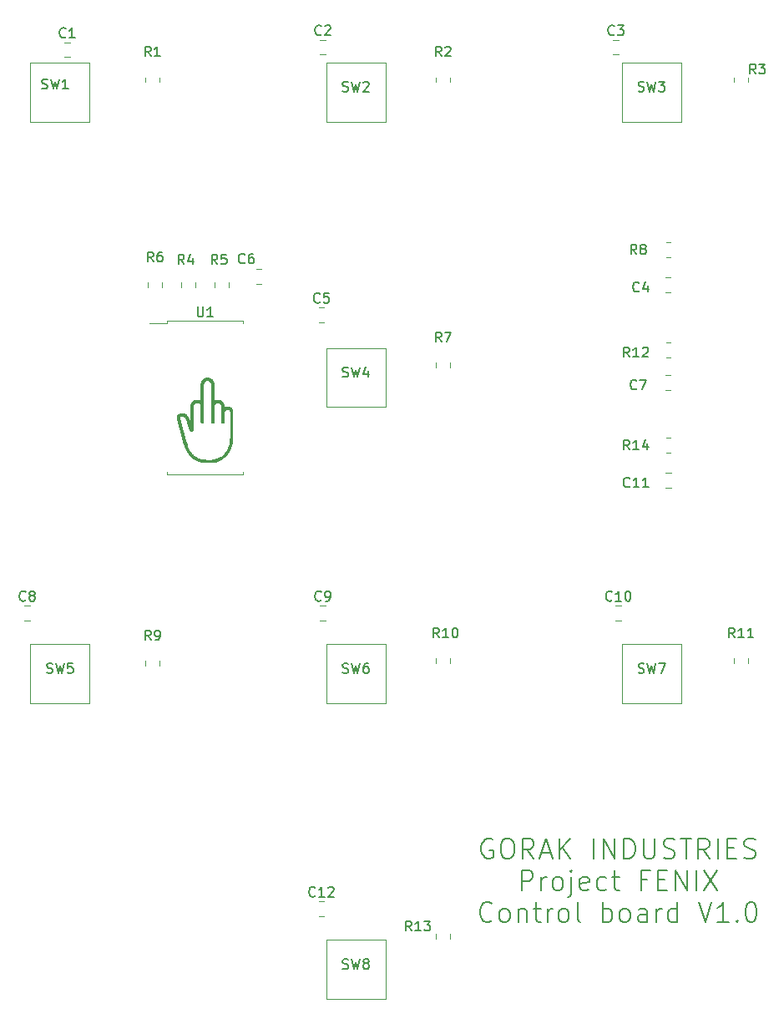
<source format=gbr>
%TF.GenerationSoftware,KiCad,Pcbnew,(6.0.7)*%
%TF.CreationDate,2023-04-15T21:10:14+02:00*%
%TF.ProjectId,control board,636f6e74-726f-46c2-9062-6f6172642e6b,rev?*%
%TF.SameCoordinates,Original*%
%TF.FileFunction,Legend,Top*%
%TF.FilePolarity,Positive*%
%FSLAX46Y46*%
G04 Gerber Fmt 4.6, Leading zero omitted, Abs format (unit mm)*
G04 Created by KiCad (PCBNEW (6.0.7)) date 2023-04-15 21:10:14*
%MOMM*%
%LPD*%
G01*
G04 APERTURE LIST*
%ADD10C,0.010000*%
%ADD11C,0.150000*%
%ADD12C,0.120000*%
G04 APERTURE END LIST*
D10*
G36*
X121858307Y-84010932D02*
G01*
X121860214Y-83991090D01*
X121863149Y-83971436D01*
X121867096Y-83952043D01*
X121872042Y-83932983D01*
X121877972Y-83914328D01*
X121884873Y-83896152D01*
X121892729Y-83878527D01*
X121901526Y-83861525D01*
X121911346Y-83845094D01*
X121922269Y-83829154D01*
X121934234Y-83813735D01*
X121947185Y-83798864D01*
X121961063Y-83784572D01*
X121975811Y-83770886D01*
X121991370Y-83757838D01*
X122007682Y-83745454D01*
X122024689Y-83733765D01*
X122042334Y-83722800D01*
X122060558Y-83712587D01*
X122079302Y-83703156D01*
X122098510Y-83694536D01*
X122118122Y-83686755D01*
X122138082Y-83679844D01*
X122158331Y-83673830D01*
X122187965Y-83666879D01*
X122217599Y-83660858D01*
X122247234Y-83655765D01*
X122276870Y-83651600D01*
X122306506Y-83648362D01*
X122336142Y-83646050D01*
X122365778Y-83644664D01*
X122395415Y-83644202D01*
X122433565Y-83645095D01*
X122470260Y-83647761D01*
X122505553Y-83652177D01*
X122539492Y-83658323D01*
X122572129Y-83666176D01*
X122603515Y-83675714D01*
X122633700Y-83686917D01*
X122662734Y-83699761D01*
X122690669Y-83714227D01*
X122717555Y-83730290D01*
X122743442Y-83747932D01*
X122768382Y-83767128D01*
X122792424Y-83787858D01*
X122815620Y-83810101D01*
X122859675Y-83859035D01*
X122900951Y-83913756D01*
X122939853Y-83974092D01*
X122976788Y-84039868D01*
X123012158Y-84110912D01*
X123046371Y-84187049D01*
X123079830Y-84268105D01*
X123146108Y-84444284D01*
X123234992Y-84701089D01*
X123234992Y-82913227D01*
X123235853Y-82879197D01*
X123238407Y-82845668D01*
X123242611Y-82812678D01*
X123248421Y-82780266D01*
X123255793Y-82748470D01*
X123264685Y-82717326D01*
X123275053Y-82686874D01*
X123286853Y-82657151D01*
X123300043Y-82628196D01*
X123314578Y-82600045D01*
X123330415Y-82572738D01*
X123347512Y-82546312D01*
X123365824Y-82520805D01*
X123385307Y-82496255D01*
X123405920Y-82472700D01*
X123427618Y-82450178D01*
X123450357Y-82428726D01*
X123474095Y-82408384D01*
X123498788Y-82389188D01*
X123524392Y-82371177D01*
X123550865Y-82354389D01*
X123578162Y-82338862D01*
X123606241Y-82324633D01*
X123635057Y-82311741D01*
X123664568Y-82300223D01*
X123694730Y-82290118D01*
X123725500Y-82281463D01*
X123756833Y-82274297D01*
X123788688Y-82268657D01*
X123821020Y-82264582D01*
X123853786Y-82262109D01*
X123886943Y-82261276D01*
X123914597Y-82261853D01*
X123941992Y-82263572D01*
X123969098Y-82266421D01*
X123995887Y-82270384D01*
X124022328Y-82275446D01*
X124048394Y-82281594D01*
X124074056Y-82288813D01*
X124099283Y-82297087D01*
X124124049Y-82306403D01*
X124148322Y-82316747D01*
X124172075Y-82328102D01*
X124195279Y-82340456D01*
X124217904Y-82353794D01*
X124239922Y-82368100D01*
X124261303Y-82383361D01*
X124282019Y-82399561D01*
X124282019Y-80661090D01*
X124282880Y-80627059D01*
X124285434Y-80593531D01*
X124289638Y-80560541D01*
X124295447Y-80528129D01*
X124302820Y-80496332D01*
X124311712Y-80465189D01*
X124322080Y-80434737D01*
X124333880Y-80405014D01*
X124347070Y-80376059D01*
X124361605Y-80347908D01*
X124377442Y-80320601D01*
X124394539Y-80294175D01*
X124412850Y-80268668D01*
X124432334Y-80244118D01*
X124452947Y-80220563D01*
X124474644Y-80198040D01*
X124497384Y-80176589D01*
X124521122Y-80156247D01*
X124545815Y-80137051D01*
X124571419Y-80119040D01*
X124597892Y-80102252D01*
X124625189Y-80086725D01*
X124653267Y-80072496D01*
X124682084Y-80059604D01*
X124711595Y-80048086D01*
X124741757Y-80037981D01*
X124772526Y-80029326D01*
X124803860Y-80022160D01*
X124835715Y-80016520D01*
X124868047Y-80012445D01*
X124900813Y-80009972D01*
X124933970Y-80009139D01*
X124968000Y-80010000D01*
X125001529Y-80012554D01*
X125034519Y-80016758D01*
X125066931Y-80022567D01*
X125098727Y-80029940D01*
X125129871Y-80038832D01*
X125160323Y-80049200D01*
X125190045Y-80061000D01*
X125219001Y-80074190D01*
X125247151Y-80088725D01*
X125274458Y-80104562D01*
X125300885Y-80121659D01*
X125326392Y-80139970D01*
X125350942Y-80159454D01*
X125374497Y-80180067D01*
X125397019Y-80201764D01*
X125418470Y-80224504D01*
X125438813Y-80248242D01*
X125458009Y-80272935D01*
X125476019Y-80298539D01*
X125492808Y-80325012D01*
X125508335Y-80352309D01*
X125522564Y-80380387D01*
X125535456Y-80409204D01*
X125546974Y-80438715D01*
X125557079Y-80468877D01*
X125565733Y-80499646D01*
X125572900Y-80530980D01*
X125578539Y-80562835D01*
X125582615Y-80595167D01*
X125585088Y-80627933D01*
X125585921Y-80661090D01*
X125585921Y-82389772D01*
X125606636Y-82373571D01*
X125628017Y-82358311D01*
X125650034Y-82344005D01*
X125672658Y-82330667D01*
X125695862Y-82318313D01*
X125719614Y-82306958D01*
X125743888Y-82296614D01*
X125768653Y-82287298D01*
X125793880Y-82279023D01*
X125819542Y-82271805D01*
X125845608Y-82265657D01*
X125872050Y-82260594D01*
X125898839Y-82256631D01*
X125925945Y-82253783D01*
X125953341Y-82252063D01*
X125980997Y-82251486D01*
X126014215Y-82252294D01*
X126047143Y-82254706D01*
X126079722Y-82258710D01*
X126111895Y-82264291D01*
X126143605Y-82271434D01*
X126174792Y-82280124D01*
X126205400Y-82290349D01*
X126235371Y-82302093D01*
X126264646Y-82315342D01*
X126293169Y-82330082D01*
X126320881Y-82346298D01*
X126347724Y-82363977D01*
X126373640Y-82383103D01*
X126398572Y-82403662D01*
X126422463Y-82425641D01*
X126445253Y-82449024D01*
X126449413Y-82453630D01*
X126454502Y-82459977D01*
X126460520Y-82467950D01*
X126467465Y-82477429D01*
X126484136Y-82500436D01*
X126504509Y-82528055D01*
X126523765Y-82564263D01*
X126543839Y-82606609D01*
X126553856Y-82630265D01*
X126563687Y-82655672D01*
X126573200Y-82682903D01*
X126582265Y-82712029D01*
X126590752Y-82743123D01*
X126598531Y-82776257D01*
X126605471Y-82811503D01*
X126611441Y-82848934D01*
X126616312Y-82888621D01*
X126619952Y-82930637D01*
X126622232Y-82975054D01*
X126623021Y-83021944D01*
X126623021Y-83061425D01*
X126641560Y-83046959D01*
X126660172Y-83033217D01*
X126678928Y-83020226D01*
X126697900Y-83008017D01*
X126717162Y-82996618D01*
X126736784Y-82986059D01*
X126756841Y-82976367D01*
X126777402Y-82967573D01*
X126798542Y-82959705D01*
X126820333Y-82952792D01*
X126842846Y-82946863D01*
X126866153Y-82941947D01*
X126890328Y-82938073D01*
X126915442Y-82935270D01*
X126941568Y-82933567D01*
X126968778Y-82932993D01*
X126968778Y-82932996D01*
X126968777Y-82932998D01*
X126968776Y-82933001D01*
X126968775Y-82933003D01*
X126968772Y-82933012D01*
X126968771Y-82933014D01*
X127001616Y-82933875D01*
X127033471Y-82936429D01*
X127064332Y-82940633D01*
X127094193Y-82946442D01*
X127123048Y-82953815D01*
X127150892Y-82962707D01*
X127177719Y-82973074D01*
X127203525Y-82984874D01*
X127228303Y-82998063D01*
X127252049Y-83012598D01*
X127274757Y-83028435D01*
X127296421Y-83045530D01*
X127317036Y-83063841D01*
X127336597Y-83083324D01*
X127355098Y-83103935D01*
X127372534Y-83125631D01*
X127388899Y-83148369D01*
X127404188Y-83172104D01*
X127418396Y-83196795D01*
X127431516Y-83222397D01*
X127443544Y-83248867D01*
X127454475Y-83276161D01*
X127473021Y-83333049D01*
X127487110Y-83392714D01*
X127496700Y-83454808D01*
X127501747Y-83518984D01*
X127502207Y-83584895D01*
X127502207Y-85856783D01*
X127500220Y-86001691D01*
X127494182Y-86143735D01*
X127483977Y-86282827D01*
X127469490Y-86418881D01*
X127450604Y-86551810D01*
X127427203Y-86681527D01*
X127399173Y-86807946D01*
X127366396Y-86930979D01*
X127328758Y-87050540D01*
X127286142Y-87166541D01*
X127238433Y-87278897D01*
X127185515Y-87387521D01*
X127127272Y-87492324D01*
X127063589Y-87593222D01*
X126994348Y-87690126D01*
X126919436Y-87782951D01*
X126832823Y-87879955D01*
X126743242Y-87970910D01*
X126650507Y-88055787D01*
X126554429Y-88134558D01*
X126454819Y-88207193D01*
X126351491Y-88273663D01*
X126244255Y-88333940D01*
X126132924Y-88387995D01*
X126017311Y-88435799D01*
X125897226Y-88477322D01*
X125772481Y-88512537D01*
X125642890Y-88541413D01*
X125508263Y-88563923D01*
X125368413Y-88580037D01*
X125223152Y-88589727D01*
X125072292Y-88592963D01*
X124832189Y-88586573D01*
X124716771Y-88578557D01*
X124604413Y-88567304D01*
X124495094Y-88552795D01*
X124388791Y-88535012D01*
X124285483Y-88513937D01*
X124185148Y-88489553D01*
X124087765Y-88461841D01*
X123993312Y-88430782D01*
X123901767Y-88396359D01*
X123813109Y-88358554D01*
X123727316Y-88317349D01*
X123644365Y-88272726D01*
X123564237Y-88224666D01*
X123486908Y-88173151D01*
X123412357Y-88118164D01*
X123340563Y-88059686D01*
X123271503Y-87997700D01*
X123205156Y-87932186D01*
X123141501Y-87863128D01*
X123080516Y-87790507D01*
X123022178Y-87714304D01*
X122966467Y-87634503D01*
X122913361Y-87551084D01*
X122862837Y-87464030D01*
X122814875Y-87373323D01*
X122769453Y-87278944D01*
X122726548Y-87180876D01*
X122686139Y-87079100D01*
X122648205Y-86973598D01*
X122612724Y-86864352D01*
X122505142Y-86494052D01*
X122387374Y-86070737D01*
X122150914Y-85190076D01*
X121881751Y-84167719D01*
X121874924Y-84148987D01*
X121869239Y-84129863D01*
X121864682Y-84110418D01*
X121861238Y-84090726D01*
X121858892Y-84070858D01*
X121857632Y-84050888D01*
X121857533Y-84040564D01*
X122111382Y-84040564D01*
X122111498Y-84047566D01*
X122111844Y-84054670D01*
X122112422Y-84061859D01*
X122113230Y-84069120D01*
X122114269Y-84076439D01*
X122115539Y-84083799D01*
X122117040Y-84091187D01*
X122118772Y-84098588D01*
X122389170Y-85125890D01*
X122628555Y-86009953D01*
X122748769Y-86434384D01*
X122859605Y-86805099D01*
X122926671Y-86998322D01*
X123002100Y-87178031D01*
X123086153Y-87344369D01*
X123179090Y-87497483D01*
X123228971Y-87569125D01*
X123281171Y-87637516D01*
X123335723Y-87702672D01*
X123392658Y-87764613D01*
X123452010Y-87823356D01*
X123513810Y-87878919D01*
X123578092Y-87931321D01*
X123644889Y-87980579D01*
X123714231Y-88026712D01*
X123786153Y-88069737D01*
X123860687Y-88109673D01*
X123937865Y-88146538D01*
X124017720Y-88180350D01*
X124100284Y-88211126D01*
X124273671Y-88263647D01*
X124458286Y-88304245D01*
X124654390Y-88333064D01*
X124862243Y-88350249D01*
X125082105Y-88355946D01*
X125218378Y-88352947D01*
X125349501Y-88344001D01*
X125475646Y-88329179D01*
X125596987Y-88308554D01*
X125713699Y-88282198D01*
X125825955Y-88250183D01*
X125933927Y-88212582D01*
X126037791Y-88169467D01*
X126137720Y-88120911D01*
X126233886Y-88066987D01*
X126326464Y-88007765D01*
X126415628Y-87943320D01*
X126501550Y-87873722D01*
X126584405Y-87799046D01*
X126664367Y-87719362D01*
X126741608Y-87634744D01*
X126809348Y-87549555D01*
X126871879Y-87460720D01*
X126929315Y-87368297D01*
X126981773Y-87272343D01*
X127029368Y-87172918D01*
X127072216Y-87070078D01*
X127110434Y-86963882D01*
X127144137Y-86854387D01*
X127173441Y-86741651D01*
X127198462Y-86625732D01*
X127219315Y-86506689D01*
X127236117Y-86384578D01*
X127248984Y-86259458D01*
X127258031Y-86131387D01*
X127263374Y-86000422D01*
X127265129Y-85866622D01*
X127265129Y-84454135D01*
X127275016Y-83585023D01*
X127274075Y-83544774D01*
X127271196Y-83505655D01*
X127266291Y-83467868D01*
X127263051Y-83449537D01*
X127259272Y-83431614D01*
X127254944Y-83414126D01*
X127250055Y-83397098D01*
X127244594Y-83380554D01*
X127238551Y-83364521D01*
X127231915Y-83349022D01*
X127224674Y-83334085D01*
X127216819Y-83319734D01*
X127208337Y-83305993D01*
X127199219Y-83292890D01*
X127189454Y-83280449D01*
X127179030Y-83268694D01*
X127167936Y-83257653D01*
X127156163Y-83247349D01*
X127143699Y-83237809D01*
X127130533Y-83229057D01*
X127116654Y-83221118D01*
X127102052Y-83214019D01*
X127086715Y-83207785D01*
X127070633Y-83202440D01*
X127053795Y-83198010D01*
X127036190Y-83194520D01*
X127017807Y-83191997D01*
X126998636Y-83190464D01*
X126978665Y-83189947D01*
X126958552Y-83190464D01*
X126938968Y-83191997D01*
X126919919Y-83194520D01*
X126901412Y-83198010D01*
X126883455Y-83202440D01*
X126866056Y-83207785D01*
X126849220Y-83214019D01*
X126832956Y-83221118D01*
X126817271Y-83229056D01*
X126802172Y-83237808D01*
X126787666Y-83247349D01*
X126773761Y-83257653D01*
X126760463Y-83268694D01*
X126747781Y-83280448D01*
X126735720Y-83292890D01*
X126724289Y-83305993D01*
X126713495Y-83319733D01*
X126703345Y-83334085D01*
X126693846Y-83349022D01*
X126685005Y-83364520D01*
X126676830Y-83380554D01*
X126669328Y-83397098D01*
X126662506Y-83414126D01*
X126656371Y-83431614D01*
X126646193Y-83467867D01*
X126638851Y-83505655D01*
X126634403Y-83544774D01*
X126632908Y-83585023D01*
X126632908Y-84454285D01*
X126632736Y-84460740D01*
X126632225Y-84467127D01*
X126631386Y-84473439D01*
X126630227Y-84479665D01*
X126628756Y-84485797D01*
X126626984Y-84491825D01*
X126624918Y-84497741D01*
X126622568Y-84503536D01*
X126619944Y-84509201D01*
X126617054Y-84514726D01*
X126613906Y-84520102D01*
X126610511Y-84525321D01*
X126606877Y-84530374D01*
X126603014Y-84535251D01*
X126598929Y-84539943D01*
X126594633Y-84544442D01*
X126590135Y-84548738D01*
X126585442Y-84552823D01*
X126580565Y-84556686D01*
X126575513Y-84560320D01*
X126570294Y-84563715D01*
X126564917Y-84566863D01*
X126559392Y-84569753D01*
X126553727Y-84572377D01*
X126547932Y-84574727D01*
X126542016Y-84576793D01*
X126535988Y-84578565D01*
X126529856Y-84580036D01*
X126523629Y-84581195D01*
X126517318Y-84582035D01*
X126510930Y-84582545D01*
X126504475Y-84582717D01*
X126498021Y-84582545D01*
X126491633Y-84582035D01*
X126485322Y-84581195D01*
X126479096Y-84580036D01*
X126472964Y-84578565D01*
X126466935Y-84576793D01*
X126461019Y-84574727D01*
X126455224Y-84572378D01*
X126449560Y-84569753D01*
X126444035Y-84566863D01*
X126438658Y-84563716D01*
X126433439Y-84560321D01*
X126428387Y-84556687D01*
X126423510Y-84552823D01*
X126418817Y-84548739D01*
X126414319Y-84544443D01*
X126410023Y-84539944D01*
X126405938Y-84535252D01*
X126402074Y-84530375D01*
X126398441Y-84525322D01*
X126395045Y-84520103D01*
X126391898Y-84514727D01*
X126389008Y-84509202D01*
X126386383Y-84503537D01*
X126384034Y-84497742D01*
X126381968Y-84491826D01*
X126380196Y-84485797D01*
X126378725Y-84479665D01*
X126377565Y-84473439D01*
X126376726Y-84467128D01*
X126376216Y-84460740D01*
X126376044Y-84454285D01*
X126376044Y-82903439D01*
X126375527Y-82883186D01*
X126373994Y-82863190D01*
X126371470Y-82843477D01*
X126367981Y-82824071D01*
X126363551Y-82804998D01*
X126358206Y-82786283D01*
X126351971Y-82767952D01*
X126344872Y-82750030D01*
X126336934Y-82732542D01*
X126328182Y-82715514D01*
X126318642Y-82698970D01*
X126308338Y-82682936D01*
X126297296Y-82667438D01*
X126285542Y-82652501D01*
X126273101Y-82638149D01*
X126259997Y-82624409D01*
X126246257Y-82611306D01*
X126231906Y-82598864D01*
X126216968Y-82587110D01*
X126201470Y-82576069D01*
X126185437Y-82565765D01*
X126168893Y-82556224D01*
X126151864Y-82547472D01*
X126134376Y-82539534D01*
X126116454Y-82532435D01*
X126098123Y-82526200D01*
X126079409Y-82520856D01*
X126060336Y-82516426D01*
X126040930Y-82512936D01*
X126021216Y-82510412D01*
X126001221Y-82508880D01*
X125980968Y-82508363D01*
X125960715Y-82508880D01*
X125940719Y-82510412D01*
X125921005Y-82512936D01*
X125901599Y-82516426D01*
X125882527Y-82520856D01*
X125863812Y-82526200D01*
X125845481Y-82532435D01*
X125827559Y-82539534D01*
X125810071Y-82547472D01*
X125793042Y-82556224D01*
X125776498Y-82565765D01*
X125760465Y-82576069D01*
X125744967Y-82587110D01*
X125730029Y-82598864D01*
X125715678Y-82611306D01*
X125701938Y-82624409D01*
X125688834Y-82638149D01*
X125676393Y-82652501D01*
X125664639Y-82667438D01*
X125653597Y-82682936D01*
X125643293Y-82698970D01*
X125633753Y-82715514D01*
X125625001Y-82732542D01*
X125617063Y-82750030D01*
X125609964Y-82767952D01*
X125603729Y-82786283D01*
X125598384Y-82804998D01*
X125593954Y-82824071D01*
X125590465Y-82843477D01*
X125587941Y-82863190D01*
X125586408Y-82883186D01*
X125585892Y-82903439D01*
X125585892Y-84454214D01*
X125585720Y-84460669D01*
X125585209Y-84467057D01*
X125584370Y-84473368D01*
X125583210Y-84479594D01*
X125581740Y-84485726D01*
X125579967Y-84491755D01*
X125577902Y-84497671D01*
X125575552Y-84503466D01*
X125572928Y-84509130D01*
X125570037Y-84514655D01*
X125566890Y-84520032D01*
X125563495Y-84525251D01*
X125559861Y-84530303D01*
X125555998Y-84535180D01*
X125551913Y-84539873D01*
X125547617Y-84544372D01*
X125543118Y-84548668D01*
X125538426Y-84552752D01*
X125533549Y-84556616D01*
X125528497Y-84560250D01*
X125523277Y-84563645D01*
X125517901Y-84566792D01*
X125512376Y-84569682D01*
X125506711Y-84572307D01*
X125500916Y-84574656D01*
X125495000Y-84576722D01*
X125488971Y-84578495D01*
X125482839Y-84579965D01*
X125476613Y-84581125D01*
X125470302Y-84581964D01*
X125463914Y-84582474D01*
X125457459Y-84582647D01*
X125451005Y-84582474D01*
X125444617Y-84581964D01*
X125438306Y-84581125D01*
X125432080Y-84579965D01*
X125425948Y-84578495D01*
X125419919Y-84576722D01*
X125414003Y-84574657D01*
X125408208Y-84572307D01*
X125402544Y-84569683D01*
X125397019Y-84566792D01*
X125391642Y-84563645D01*
X125386423Y-84560250D01*
X125381371Y-84556616D01*
X125376494Y-84552753D01*
X125371801Y-84548668D01*
X125367302Y-84544372D01*
X125363006Y-84539874D01*
X125358922Y-84535181D01*
X125355058Y-84530304D01*
X125351424Y-84525252D01*
X125348029Y-84520033D01*
X125344882Y-84514656D01*
X125341992Y-84509131D01*
X125339367Y-84503467D01*
X125337018Y-84497672D01*
X125334952Y-84491755D01*
X125333179Y-84485727D01*
X125331709Y-84479595D01*
X125330549Y-84473369D01*
X125329710Y-84467057D01*
X125329200Y-84460669D01*
X125329028Y-84454214D01*
X125329028Y-80661148D01*
X125328511Y-80640895D01*
X125326978Y-80620899D01*
X125324454Y-80601186D01*
X125320965Y-80581780D01*
X125316535Y-80562707D01*
X125311190Y-80543993D01*
X125304955Y-80525661D01*
X125297856Y-80507739D01*
X125289918Y-80490251D01*
X125281166Y-80473223D01*
X125271626Y-80456679D01*
X125261322Y-80440645D01*
X125250280Y-80425147D01*
X125238526Y-80410210D01*
X125226085Y-80395858D01*
X125212981Y-80382118D01*
X125199241Y-80369015D01*
X125184890Y-80356574D01*
X125169952Y-80344819D01*
X125154454Y-80333778D01*
X125138420Y-80323474D01*
X125121877Y-80313934D01*
X125104848Y-80305182D01*
X125087360Y-80297243D01*
X125069438Y-80290144D01*
X125051107Y-80283910D01*
X125032392Y-80278565D01*
X125013320Y-80274135D01*
X124993914Y-80270645D01*
X124974200Y-80268122D01*
X124954204Y-80266589D01*
X124933952Y-80266072D01*
X124913699Y-80266589D01*
X124893703Y-80268122D01*
X124873989Y-80270645D01*
X124854583Y-80274135D01*
X124835511Y-80278565D01*
X124816796Y-80283910D01*
X124798465Y-80290144D01*
X124780543Y-80297243D01*
X124763055Y-80305182D01*
X124746026Y-80313934D01*
X124729482Y-80323474D01*
X124713449Y-80333778D01*
X124697951Y-80344819D01*
X124683013Y-80356574D01*
X124668662Y-80369015D01*
X124654922Y-80382118D01*
X124641818Y-80395859D01*
X124629377Y-80410210D01*
X124617622Y-80425147D01*
X124606581Y-80440646D01*
X124596277Y-80456679D01*
X124586737Y-80473223D01*
X124577985Y-80490251D01*
X124570046Y-80507739D01*
X124562947Y-80525662D01*
X124556713Y-80543993D01*
X124551368Y-80562707D01*
X124546938Y-80581780D01*
X124543448Y-80601186D01*
X124540925Y-80620899D01*
X124539392Y-80640895D01*
X124538875Y-80661148D01*
X124538806Y-84444337D01*
X124538634Y-84450792D01*
X124538124Y-84457179D01*
X124537284Y-84463491D01*
X124536125Y-84469717D01*
X124534654Y-84475848D01*
X124532882Y-84481877D01*
X124530816Y-84487793D01*
X124528466Y-84493588D01*
X124525842Y-84499253D01*
X124522952Y-84504778D01*
X124519804Y-84510154D01*
X124516409Y-84515373D01*
X124512775Y-84520426D01*
X124508912Y-84525303D01*
X124504827Y-84529995D01*
X124500531Y-84534494D01*
X124496032Y-84538790D01*
X124491340Y-84542875D01*
X124486463Y-84546738D01*
X124481410Y-84550372D01*
X124476191Y-84553767D01*
X124470815Y-84556915D01*
X124465290Y-84559805D01*
X124459625Y-84562429D01*
X124453830Y-84564779D01*
X124447914Y-84566845D01*
X124441886Y-84568617D01*
X124435754Y-84570088D01*
X124429528Y-84571247D01*
X124423216Y-84572087D01*
X124416829Y-84572597D01*
X124410374Y-84572769D01*
X124403919Y-84572597D01*
X124397532Y-84572087D01*
X124391221Y-84571247D01*
X124384994Y-84570088D01*
X124378863Y-84568617D01*
X124372834Y-84566845D01*
X124366918Y-84564779D01*
X124361123Y-84562430D01*
X124355459Y-84559805D01*
X124349934Y-84556915D01*
X124344557Y-84553768D01*
X124339338Y-84550373D01*
X124334285Y-84546739D01*
X124329408Y-84542875D01*
X124324716Y-84538791D01*
X124320217Y-84534495D01*
X124315921Y-84529996D01*
X124311837Y-84525304D01*
X124307973Y-84520427D01*
X124304339Y-84515374D01*
X124300944Y-84510155D01*
X124297797Y-84504779D01*
X124294906Y-84499254D01*
X124292282Y-84493589D01*
X124289932Y-84487794D01*
X124287866Y-84481878D01*
X124286094Y-84475849D01*
X124284623Y-84469717D01*
X124283464Y-84463491D01*
X124282624Y-84457180D01*
X124282114Y-84450792D01*
X124281942Y-84444337D01*
X124281942Y-82903421D01*
X124281425Y-82883168D01*
X124279893Y-82863172D01*
X124277369Y-82843459D01*
X124273879Y-82824053D01*
X124269449Y-82804980D01*
X124264104Y-82786266D01*
X124257870Y-82767934D01*
X124250771Y-82750012D01*
X124242833Y-82732524D01*
X124234081Y-82715496D01*
X124224540Y-82698952D01*
X124214236Y-82682919D01*
X124203195Y-82667420D01*
X124191441Y-82652483D01*
X124178999Y-82638132D01*
X124165896Y-82624391D01*
X124152156Y-82611288D01*
X124137804Y-82598847D01*
X124122867Y-82587092D01*
X124107369Y-82576051D01*
X124091335Y-82565747D01*
X124074791Y-82556207D01*
X124057763Y-82547455D01*
X124040275Y-82539516D01*
X124022353Y-82532417D01*
X124004022Y-82526183D01*
X123985307Y-82520838D01*
X123966234Y-82516408D01*
X123946828Y-82512918D01*
X123927115Y-82510395D01*
X123907119Y-82508862D01*
X123886866Y-82508345D01*
X123866613Y-82508862D01*
X123846617Y-82510395D01*
X123826904Y-82512918D01*
X123807498Y-82516408D01*
X123788425Y-82520838D01*
X123769710Y-82526183D01*
X123751379Y-82532417D01*
X123733457Y-82539516D01*
X123715969Y-82547455D01*
X123698941Y-82556207D01*
X123682397Y-82565747D01*
X123666363Y-82576051D01*
X123650865Y-82587092D01*
X123635928Y-82598847D01*
X123621576Y-82611288D01*
X123607836Y-82624391D01*
X123594733Y-82638132D01*
X123582291Y-82652483D01*
X123570537Y-82667420D01*
X123559496Y-82682919D01*
X123549192Y-82698952D01*
X123539651Y-82715496D01*
X123530899Y-82732524D01*
X123522961Y-82750012D01*
X123515862Y-82767934D01*
X123509628Y-82786266D01*
X123504283Y-82804980D01*
X123499853Y-82824053D01*
X123496363Y-82843459D01*
X123493839Y-82863172D01*
X123492307Y-82883168D01*
X123491790Y-82903421D01*
X123491721Y-84612259D01*
X123491721Y-84740691D01*
X123493234Y-84831887D01*
X123494050Y-84913303D01*
X123494171Y-84985577D01*
X123493596Y-85049344D01*
X123492325Y-85105241D01*
X123490359Y-85153904D01*
X123489115Y-85175722D01*
X123487697Y-85195970D01*
X123486105Y-85214728D01*
X123484340Y-85232076D01*
X123482401Y-85248092D01*
X123480288Y-85262857D01*
X123478001Y-85276450D01*
X123475541Y-85288951D01*
X123472906Y-85300438D01*
X123470098Y-85310993D01*
X123467117Y-85320694D01*
X123463961Y-85329620D01*
X123460632Y-85337853D01*
X123457129Y-85345470D01*
X123453452Y-85352551D01*
X123449602Y-85359177D01*
X123445578Y-85365426D01*
X123441381Y-85371379D01*
X123432465Y-85382711D01*
X123426907Y-85388037D01*
X123421332Y-85392914D01*
X123415728Y-85397357D01*
X123410079Y-85401380D01*
X123404372Y-85404997D01*
X123398592Y-85408224D01*
X123392725Y-85411074D01*
X123386757Y-85413563D01*
X123380673Y-85415704D01*
X123374460Y-85417513D01*
X123368103Y-85419003D01*
X123361587Y-85420190D01*
X123354899Y-85421088D01*
X123348025Y-85421712D01*
X123340949Y-85422075D01*
X123333659Y-85422193D01*
X123324575Y-85421908D01*
X123315833Y-85421076D01*
X123307426Y-85419726D01*
X123299350Y-85417889D01*
X123291599Y-85415597D01*
X123284168Y-85412879D01*
X123277052Y-85409767D01*
X123270244Y-85406292D01*
X123263740Y-85402483D01*
X123257534Y-85398373D01*
X123251621Y-85393991D01*
X123245996Y-85389368D01*
X123240652Y-85384536D01*
X123235585Y-85379524D01*
X123230789Y-85374365D01*
X123226259Y-85369087D01*
X123217975Y-85358303D01*
X123210689Y-85347417D01*
X123204358Y-85336677D01*
X123198939Y-85326327D01*
X123194389Y-85316615D01*
X123190665Y-85307786D01*
X123185521Y-85293761D01*
X122908943Y-84533154D01*
X122856879Y-84392555D01*
X122832706Y-84328100D01*
X122809097Y-84267696D01*
X122785546Y-84211459D01*
X122761546Y-84159504D01*
X122749219Y-84135169D01*
X122736590Y-84111948D01*
X122723596Y-84089855D01*
X122710173Y-84068905D01*
X122696257Y-84049113D01*
X122681787Y-84030493D01*
X122666697Y-84013059D01*
X122650926Y-83996826D01*
X122634409Y-83981809D01*
X122617083Y-83968022D01*
X122598885Y-83955479D01*
X122579753Y-83944194D01*
X122559621Y-83934183D01*
X122538428Y-83925460D01*
X122516109Y-83918039D01*
X122492602Y-83911935D01*
X122467843Y-83907163D01*
X122441768Y-83903736D01*
X122414316Y-83901669D01*
X122385421Y-83900977D01*
X122363201Y-83901422D01*
X122340981Y-83902681D01*
X122318760Y-83904635D01*
X122296540Y-83907169D01*
X122274319Y-83910164D01*
X122252098Y-83913505D01*
X122207656Y-83920751D01*
X122203984Y-83921738D01*
X122200369Y-83922838D01*
X122193313Y-83925357D01*
X122186487Y-83928281D01*
X122179893Y-83931580D01*
X122173529Y-83935225D01*
X122167397Y-83939188D01*
X122161495Y-83943439D01*
X122155824Y-83947951D01*
X122150384Y-83952693D01*
X122145176Y-83957637D01*
X122140198Y-83962754D01*
X122135451Y-83968016D01*
X122130935Y-83973393D01*
X122126649Y-83978857D01*
X122122595Y-83984379D01*
X122118772Y-83989929D01*
X122117040Y-83995598D01*
X122115539Y-84001485D01*
X122114269Y-84007575D01*
X122113230Y-84013854D01*
X122112422Y-84020307D01*
X122111844Y-84026920D01*
X122111498Y-84033677D01*
X122111382Y-84040564D01*
X121857533Y-84040564D01*
X121857441Y-84030889D01*
X121858307Y-84010932D01*
G37*
X121858307Y-84010932D02*
X121860214Y-83991090D01*
X121863149Y-83971436D01*
X121867096Y-83952043D01*
X121872042Y-83932983D01*
X121877972Y-83914328D01*
X121884873Y-83896152D01*
X121892729Y-83878527D01*
X121901526Y-83861525D01*
X121911346Y-83845094D01*
X121922269Y-83829154D01*
X121934234Y-83813735D01*
X121947185Y-83798864D01*
X121961063Y-83784572D01*
X121975811Y-83770886D01*
X121991370Y-83757838D01*
X122007682Y-83745454D01*
X122024689Y-83733765D01*
X122042334Y-83722800D01*
X122060558Y-83712587D01*
X122079302Y-83703156D01*
X122098510Y-83694536D01*
X122118122Y-83686755D01*
X122138082Y-83679844D01*
X122158331Y-83673830D01*
X122187965Y-83666879D01*
X122217599Y-83660858D01*
X122247234Y-83655765D01*
X122276870Y-83651600D01*
X122306506Y-83648362D01*
X122336142Y-83646050D01*
X122365778Y-83644664D01*
X122395415Y-83644202D01*
X122433565Y-83645095D01*
X122470260Y-83647761D01*
X122505553Y-83652177D01*
X122539492Y-83658323D01*
X122572129Y-83666176D01*
X122603515Y-83675714D01*
X122633700Y-83686917D01*
X122662734Y-83699761D01*
X122690669Y-83714227D01*
X122717555Y-83730290D01*
X122743442Y-83747932D01*
X122768382Y-83767128D01*
X122792424Y-83787858D01*
X122815620Y-83810101D01*
X122859675Y-83859035D01*
X122900951Y-83913756D01*
X122939853Y-83974092D01*
X122976788Y-84039868D01*
X123012158Y-84110912D01*
X123046371Y-84187049D01*
X123079830Y-84268105D01*
X123146108Y-84444284D01*
X123234992Y-84701089D01*
X123234992Y-82913227D01*
X123235853Y-82879197D01*
X123238407Y-82845668D01*
X123242611Y-82812678D01*
X123248421Y-82780266D01*
X123255793Y-82748470D01*
X123264685Y-82717326D01*
X123275053Y-82686874D01*
X123286853Y-82657151D01*
X123300043Y-82628196D01*
X123314578Y-82600045D01*
X123330415Y-82572738D01*
X123347512Y-82546312D01*
X123365824Y-82520805D01*
X123385307Y-82496255D01*
X123405920Y-82472700D01*
X123427618Y-82450178D01*
X123450357Y-82428726D01*
X123474095Y-82408384D01*
X123498788Y-82389188D01*
X123524392Y-82371177D01*
X123550865Y-82354389D01*
X123578162Y-82338862D01*
X123606241Y-82324633D01*
X123635057Y-82311741D01*
X123664568Y-82300223D01*
X123694730Y-82290118D01*
X123725500Y-82281463D01*
X123756833Y-82274297D01*
X123788688Y-82268657D01*
X123821020Y-82264582D01*
X123853786Y-82262109D01*
X123886943Y-82261276D01*
X123914597Y-82261853D01*
X123941992Y-82263572D01*
X123969098Y-82266421D01*
X123995887Y-82270384D01*
X124022328Y-82275446D01*
X124048394Y-82281594D01*
X124074056Y-82288813D01*
X124099283Y-82297087D01*
X124124049Y-82306403D01*
X124148322Y-82316747D01*
X124172075Y-82328102D01*
X124195279Y-82340456D01*
X124217904Y-82353794D01*
X124239922Y-82368100D01*
X124261303Y-82383361D01*
X124282019Y-82399561D01*
X124282019Y-80661090D01*
X124282880Y-80627059D01*
X124285434Y-80593531D01*
X124289638Y-80560541D01*
X124295447Y-80528129D01*
X124302820Y-80496332D01*
X124311712Y-80465189D01*
X124322080Y-80434737D01*
X124333880Y-80405014D01*
X124347070Y-80376059D01*
X124361605Y-80347908D01*
X124377442Y-80320601D01*
X124394539Y-80294175D01*
X124412850Y-80268668D01*
X124432334Y-80244118D01*
X124452947Y-80220563D01*
X124474644Y-80198040D01*
X124497384Y-80176589D01*
X124521122Y-80156247D01*
X124545815Y-80137051D01*
X124571419Y-80119040D01*
X124597892Y-80102252D01*
X124625189Y-80086725D01*
X124653267Y-80072496D01*
X124682084Y-80059604D01*
X124711595Y-80048086D01*
X124741757Y-80037981D01*
X124772526Y-80029326D01*
X124803860Y-80022160D01*
X124835715Y-80016520D01*
X124868047Y-80012445D01*
X124900813Y-80009972D01*
X124933970Y-80009139D01*
X124968000Y-80010000D01*
X125001529Y-80012554D01*
X125034519Y-80016758D01*
X125066931Y-80022567D01*
X125098727Y-80029940D01*
X125129871Y-80038832D01*
X125160323Y-80049200D01*
X125190045Y-80061000D01*
X125219001Y-80074190D01*
X125247151Y-80088725D01*
X125274458Y-80104562D01*
X125300885Y-80121659D01*
X125326392Y-80139970D01*
X125350942Y-80159454D01*
X125374497Y-80180067D01*
X125397019Y-80201764D01*
X125418470Y-80224504D01*
X125438813Y-80248242D01*
X125458009Y-80272935D01*
X125476019Y-80298539D01*
X125492808Y-80325012D01*
X125508335Y-80352309D01*
X125522564Y-80380387D01*
X125535456Y-80409204D01*
X125546974Y-80438715D01*
X125557079Y-80468877D01*
X125565733Y-80499646D01*
X125572900Y-80530980D01*
X125578539Y-80562835D01*
X125582615Y-80595167D01*
X125585088Y-80627933D01*
X125585921Y-80661090D01*
X125585921Y-82389772D01*
X125606636Y-82373571D01*
X125628017Y-82358311D01*
X125650034Y-82344005D01*
X125672658Y-82330667D01*
X125695862Y-82318313D01*
X125719614Y-82306958D01*
X125743888Y-82296614D01*
X125768653Y-82287298D01*
X125793880Y-82279023D01*
X125819542Y-82271805D01*
X125845608Y-82265657D01*
X125872050Y-82260594D01*
X125898839Y-82256631D01*
X125925945Y-82253783D01*
X125953341Y-82252063D01*
X125980997Y-82251486D01*
X126014215Y-82252294D01*
X126047143Y-82254706D01*
X126079722Y-82258710D01*
X126111895Y-82264291D01*
X126143605Y-82271434D01*
X126174792Y-82280124D01*
X126205400Y-82290349D01*
X126235371Y-82302093D01*
X126264646Y-82315342D01*
X126293169Y-82330082D01*
X126320881Y-82346298D01*
X126347724Y-82363977D01*
X126373640Y-82383103D01*
X126398572Y-82403662D01*
X126422463Y-82425641D01*
X126445253Y-82449024D01*
X126449413Y-82453630D01*
X126454502Y-82459977D01*
X126460520Y-82467950D01*
X126467465Y-82477429D01*
X126484136Y-82500436D01*
X126504509Y-82528055D01*
X126523765Y-82564263D01*
X126543839Y-82606609D01*
X126553856Y-82630265D01*
X126563687Y-82655672D01*
X126573200Y-82682903D01*
X126582265Y-82712029D01*
X126590752Y-82743123D01*
X126598531Y-82776257D01*
X126605471Y-82811503D01*
X126611441Y-82848934D01*
X126616312Y-82888621D01*
X126619952Y-82930637D01*
X126622232Y-82975054D01*
X126623021Y-83021944D01*
X126623021Y-83061425D01*
X126641560Y-83046959D01*
X126660172Y-83033217D01*
X126678928Y-83020226D01*
X126697900Y-83008017D01*
X126717162Y-82996618D01*
X126736784Y-82986059D01*
X126756841Y-82976367D01*
X126777402Y-82967573D01*
X126798542Y-82959705D01*
X126820333Y-82952792D01*
X126842846Y-82946863D01*
X126866153Y-82941947D01*
X126890328Y-82938073D01*
X126915442Y-82935270D01*
X126941568Y-82933567D01*
X126968778Y-82932993D01*
X126968778Y-82932996D01*
X126968777Y-82932998D01*
X126968776Y-82933001D01*
X126968775Y-82933003D01*
X126968772Y-82933012D01*
X126968771Y-82933014D01*
X127001616Y-82933875D01*
X127033471Y-82936429D01*
X127064332Y-82940633D01*
X127094193Y-82946442D01*
X127123048Y-82953815D01*
X127150892Y-82962707D01*
X127177719Y-82973074D01*
X127203525Y-82984874D01*
X127228303Y-82998063D01*
X127252049Y-83012598D01*
X127274757Y-83028435D01*
X127296421Y-83045530D01*
X127317036Y-83063841D01*
X127336597Y-83083324D01*
X127355098Y-83103935D01*
X127372534Y-83125631D01*
X127388899Y-83148369D01*
X127404188Y-83172104D01*
X127418396Y-83196795D01*
X127431516Y-83222397D01*
X127443544Y-83248867D01*
X127454475Y-83276161D01*
X127473021Y-83333049D01*
X127487110Y-83392714D01*
X127496700Y-83454808D01*
X127501747Y-83518984D01*
X127502207Y-83584895D01*
X127502207Y-85856783D01*
X127500220Y-86001691D01*
X127494182Y-86143735D01*
X127483977Y-86282827D01*
X127469490Y-86418881D01*
X127450604Y-86551810D01*
X127427203Y-86681527D01*
X127399173Y-86807946D01*
X127366396Y-86930979D01*
X127328758Y-87050540D01*
X127286142Y-87166541D01*
X127238433Y-87278897D01*
X127185515Y-87387521D01*
X127127272Y-87492324D01*
X127063589Y-87593222D01*
X126994348Y-87690126D01*
X126919436Y-87782951D01*
X126832823Y-87879955D01*
X126743242Y-87970910D01*
X126650507Y-88055787D01*
X126554429Y-88134558D01*
X126454819Y-88207193D01*
X126351491Y-88273663D01*
X126244255Y-88333940D01*
X126132924Y-88387995D01*
X126017311Y-88435799D01*
X125897226Y-88477322D01*
X125772481Y-88512537D01*
X125642890Y-88541413D01*
X125508263Y-88563923D01*
X125368413Y-88580037D01*
X125223152Y-88589727D01*
X125072292Y-88592963D01*
X124832189Y-88586573D01*
X124716771Y-88578557D01*
X124604413Y-88567304D01*
X124495094Y-88552795D01*
X124388791Y-88535012D01*
X124285483Y-88513937D01*
X124185148Y-88489553D01*
X124087765Y-88461841D01*
X123993312Y-88430782D01*
X123901767Y-88396359D01*
X123813109Y-88358554D01*
X123727316Y-88317349D01*
X123644365Y-88272726D01*
X123564237Y-88224666D01*
X123486908Y-88173151D01*
X123412357Y-88118164D01*
X123340563Y-88059686D01*
X123271503Y-87997700D01*
X123205156Y-87932186D01*
X123141501Y-87863128D01*
X123080516Y-87790507D01*
X123022178Y-87714304D01*
X122966467Y-87634503D01*
X122913361Y-87551084D01*
X122862837Y-87464030D01*
X122814875Y-87373323D01*
X122769453Y-87278944D01*
X122726548Y-87180876D01*
X122686139Y-87079100D01*
X122648205Y-86973598D01*
X122612724Y-86864352D01*
X122505142Y-86494052D01*
X122387374Y-86070737D01*
X122150914Y-85190076D01*
X121881751Y-84167719D01*
X121874924Y-84148987D01*
X121869239Y-84129863D01*
X121864682Y-84110418D01*
X121861238Y-84090726D01*
X121858892Y-84070858D01*
X121857632Y-84050888D01*
X121857533Y-84040564D01*
X122111382Y-84040564D01*
X122111498Y-84047566D01*
X122111844Y-84054670D01*
X122112422Y-84061859D01*
X122113230Y-84069120D01*
X122114269Y-84076439D01*
X122115539Y-84083799D01*
X122117040Y-84091187D01*
X122118772Y-84098588D01*
X122389170Y-85125890D01*
X122628555Y-86009953D01*
X122748769Y-86434384D01*
X122859605Y-86805099D01*
X122926671Y-86998322D01*
X123002100Y-87178031D01*
X123086153Y-87344369D01*
X123179090Y-87497483D01*
X123228971Y-87569125D01*
X123281171Y-87637516D01*
X123335723Y-87702672D01*
X123392658Y-87764613D01*
X123452010Y-87823356D01*
X123513810Y-87878919D01*
X123578092Y-87931321D01*
X123644889Y-87980579D01*
X123714231Y-88026712D01*
X123786153Y-88069737D01*
X123860687Y-88109673D01*
X123937865Y-88146538D01*
X124017720Y-88180350D01*
X124100284Y-88211126D01*
X124273671Y-88263647D01*
X124458286Y-88304245D01*
X124654390Y-88333064D01*
X124862243Y-88350249D01*
X125082105Y-88355946D01*
X125218378Y-88352947D01*
X125349501Y-88344001D01*
X125475646Y-88329179D01*
X125596987Y-88308554D01*
X125713699Y-88282198D01*
X125825955Y-88250183D01*
X125933927Y-88212582D01*
X126037791Y-88169467D01*
X126137720Y-88120911D01*
X126233886Y-88066987D01*
X126326464Y-88007765D01*
X126415628Y-87943320D01*
X126501550Y-87873722D01*
X126584405Y-87799046D01*
X126664367Y-87719362D01*
X126741608Y-87634744D01*
X126809348Y-87549555D01*
X126871879Y-87460720D01*
X126929315Y-87368297D01*
X126981773Y-87272343D01*
X127029368Y-87172918D01*
X127072216Y-87070078D01*
X127110434Y-86963882D01*
X127144137Y-86854387D01*
X127173441Y-86741651D01*
X127198462Y-86625732D01*
X127219315Y-86506689D01*
X127236117Y-86384578D01*
X127248984Y-86259458D01*
X127258031Y-86131387D01*
X127263374Y-86000422D01*
X127265129Y-85866622D01*
X127265129Y-84454135D01*
X127275016Y-83585023D01*
X127274075Y-83544774D01*
X127271196Y-83505655D01*
X127266291Y-83467868D01*
X127263051Y-83449537D01*
X127259272Y-83431614D01*
X127254944Y-83414126D01*
X127250055Y-83397098D01*
X127244594Y-83380554D01*
X127238551Y-83364521D01*
X127231915Y-83349022D01*
X127224674Y-83334085D01*
X127216819Y-83319734D01*
X127208337Y-83305993D01*
X127199219Y-83292890D01*
X127189454Y-83280449D01*
X127179030Y-83268694D01*
X127167936Y-83257653D01*
X127156163Y-83247349D01*
X127143699Y-83237809D01*
X127130533Y-83229057D01*
X127116654Y-83221118D01*
X127102052Y-83214019D01*
X127086715Y-83207785D01*
X127070633Y-83202440D01*
X127053795Y-83198010D01*
X127036190Y-83194520D01*
X127017807Y-83191997D01*
X126998636Y-83190464D01*
X126978665Y-83189947D01*
X126958552Y-83190464D01*
X126938968Y-83191997D01*
X126919919Y-83194520D01*
X126901412Y-83198010D01*
X126883455Y-83202440D01*
X126866056Y-83207785D01*
X126849220Y-83214019D01*
X126832956Y-83221118D01*
X126817271Y-83229056D01*
X126802172Y-83237808D01*
X126787666Y-83247349D01*
X126773761Y-83257653D01*
X126760463Y-83268694D01*
X126747781Y-83280448D01*
X126735720Y-83292890D01*
X126724289Y-83305993D01*
X126713495Y-83319733D01*
X126703345Y-83334085D01*
X126693846Y-83349022D01*
X126685005Y-83364520D01*
X126676830Y-83380554D01*
X126669328Y-83397098D01*
X126662506Y-83414126D01*
X126656371Y-83431614D01*
X126646193Y-83467867D01*
X126638851Y-83505655D01*
X126634403Y-83544774D01*
X126632908Y-83585023D01*
X126632908Y-84454285D01*
X126632736Y-84460740D01*
X126632225Y-84467127D01*
X126631386Y-84473439D01*
X126630227Y-84479665D01*
X126628756Y-84485797D01*
X126626984Y-84491825D01*
X126624918Y-84497741D01*
X126622568Y-84503536D01*
X126619944Y-84509201D01*
X126617054Y-84514726D01*
X126613906Y-84520102D01*
X126610511Y-84525321D01*
X126606877Y-84530374D01*
X126603014Y-84535251D01*
X126598929Y-84539943D01*
X126594633Y-84544442D01*
X126590135Y-84548738D01*
X126585442Y-84552823D01*
X126580565Y-84556686D01*
X126575513Y-84560320D01*
X126570294Y-84563715D01*
X126564917Y-84566863D01*
X126559392Y-84569753D01*
X126553727Y-84572377D01*
X126547932Y-84574727D01*
X126542016Y-84576793D01*
X126535988Y-84578565D01*
X126529856Y-84580036D01*
X126523629Y-84581195D01*
X126517318Y-84582035D01*
X126510930Y-84582545D01*
X126504475Y-84582717D01*
X126498021Y-84582545D01*
X126491633Y-84582035D01*
X126485322Y-84581195D01*
X126479096Y-84580036D01*
X126472964Y-84578565D01*
X126466935Y-84576793D01*
X126461019Y-84574727D01*
X126455224Y-84572378D01*
X126449560Y-84569753D01*
X126444035Y-84566863D01*
X126438658Y-84563716D01*
X126433439Y-84560321D01*
X126428387Y-84556687D01*
X126423510Y-84552823D01*
X126418817Y-84548739D01*
X126414319Y-84544443D01*
X126410023Y-84539944D01*
X126405938Y-84535252D01*
X126402074Y-84530375D01*
X126398441Y-84525322D01*
X126395045Y-84520103D01*
X126391898Y-84514727D01*
X126389008Y-84509202D01*
X126386383Y-84503537D01*
X126384034Y-84497742D01*
X126381968Y-84491826D01*
X126380196Y-84485797D01*
X126378725Y-84479665D01*
X126377565Y-84473439D01*
X126376726Y-84467128D01*
X126376216Y-84460740D01*
X126376044Y-84454285D01*
X126376044Y-82903439D01*
X126375527Y-82883186D01*
X126373994Y-82863190D01*
X126371470Y-82843477D01*
X126367981Y-82824071D01*
X126363551Y-82804998D01*
X126358206Y-82786283D01*
X126351971Y-82767952D01*
X126344872Y-82750030D01*
X126336934Y-82732542D01*
X126328182Y-82715514D01*
X126318642Y-82698970D01*
X126308338Y-82682936D01*
X126297296Y-82667438D01*
X126285542Y-82652501D01*
X126273101Y-82638149D01*
X126259997Y-82624409D01*
X126246257Y-82611306D01*
X126231906Y-82598864D01*
X126216968Y-82587110D01*
X126201470Y-82576069D01*
X126185437Y-82565765D01*
X126168893Y-82556224D01*
X126151864Y-82547472D01*
X126134376Y-82539534D01*
X126116454Y-82532435D01*
X126098123Y-82526200D01*
X126079409Y-82520856D01*
X126060336Y-82516426D01*
X126040930Y-82512936D01*
X126021216Y-82510412D01*
X126001221Y-82508880D01*
X125980968Y-82508363D01*
X125960715Y-82508880D01*
X125940719Y-82510412D01*
X125921005Y-82512936D01*
X125901599Y-82516426D01*
X125882527Y-82520856D01*
X125863812Y-82526200D01*
X125845481Y-82532435D01*
X125827559Y-82539534D01*
X125810071Y-82547472D01*
X125793042Y-82556224D01*
X125776498Y-82565765D01*
X125760465Y-82576069D01*
X125744967Y-82587110D01*
X125730029Y-82598864D01*
X125715678Y-82611306D01*
X125701938Y-82624409D01*
X125688834Y-82638149D01*
X125676393Y-82652501D01*
X125664639Y-82667438D01*
X125653597Y-82682936D01*
X125643293Y-82698970D01*
X125633753Y-82715514D01*
X125625001Y-82732542D01*
X125617063Y-82750030D01*
X125609964Y-82767952D01*
X125603729Y-82786283D01*
X125598384Y-82804998D01*
X125593954Y-82824071D01*
X125590465Y-82843477D01*
X125587941Y-82863190D01*
X125586408Y-82883186D01*
X125585892Y-82903439D01*
X125585892Y-84454214D01*
X125585720Y-84460669D01*
X125585209Y-84467057D01*
X125584370Y-84473368D01*
X125583210Y-84479594D01*
X125581740Y-84485726D01*
X125579967Y-84491755D01*
X125577902Y-84497671D01*
X125575552Y-84503466D01*
X125572928Y-84509130D01*
X125570037Y-84514655D01*
X125566890Y-84520032D01*
X125563495Y-84525251D01*
X125559861Y-84530303D01*
X125555998Y-84535180D01*
X125551913Y-84539873D01*
X125547617Y-84544372D01*
X125543118Y-84548668D01*
X125538426Y-84552752D01*
X125533549Y-84556616D01*
X125528497Y-84560250D01*
X125523277Y-84563645D01*
X125517901Y-84566792D01*
X125512376Y-84569682D01*
X125506711Y-84572307D01*
X125500916Y-84574656D01*
X125495000Y-84576722D01*
X125488971Y-84578495D01*
X125482839Y-84579965D01*
X125476613Y-84581125D01*
X125470302Y-84581964D01*
X125463914Y-84582474D01*
X125457459Y-84582647D01*
X125451005Y-84582474D01*
X125444617Y-84581964D01*
X125438306Y-84581125D01*
X125432080Y-84579965D01*
X125425948Y-84578495D01*
X125419919Y-84576722D01*
X125414003Y-84574657D01*
X125408208Y-84572307D01*
X125402544Y-84569683D01*
X125397019Y-84566792D01*
X125391642Y-84563645D01*
X125386423Y-84560250D01*
X125381371Y-84556616D01*
X125376494Y-84552753D01*
X125371801Y-84548668D01*
X125367302Y-84544372D01*
X125363006Y-84539874D01*
X125358922Y-84535181D01*
X125355058Y-84530304D01*
X125351424Y-84525252D01*
X125348029Y-84520033D01*
X125344882Y-84514656D01*
X125341992Y-84509131D01*
X125339367Y-84503467D01*
X125337018Y-84497672D01*
X125334952Y-84491755D01*
X125333179Y-84485727D01*
X125331709Y-84479595D01*
X125330549Y-84473369D01*
X125329710Y-84467057D01*
X125329200Y-84460669D01*
X125329028Y-84454214D01*
X125329028Y-80661148D01*
X125328511Y-80640895D01*
X125326978Y-80620899D01*
X125324454Y-80601186D01*
X125320965Y-80581780D01*
X125316535Y-80562707D01*
X125311190Y-80543993D01*
X125304955Y-80525661D01*
X125297856Y-80507739D01*
X125289918Y-80490251D01*
X125281166Y-80473223D01*
X125271626Y-80456679D01*
X125261322Y-80440645D01*
X125250280Y-80425147D01*
X125238526Y-80410210D01*
X125226085Y-80395858D01*
X125212981Y-80382118D01*
X125199241Y-80369015D01*
X125184890Y-80356574D01*
X125169952Y-80344819D01*
X125154454Y-80333778D01*
X125138420Y-80323474D01*
X125121877Y-80313934D01*
X125104848Y-80305182D01*
X125087360Y-80297243D01*
X125069438Y-80290144D01*
X125051107Y-80283910D01*
X125032392Y-80278565D01*
X125013320Y-80274135D01*
X124993914Y-80270645D01*
X124974200Y-80268122D01*
X124954204Y-80266589D01*
X124933952Y-80266072D01*
X124913699Y-80266589D01*
X124893703Y-80268122D01*
X124873989Y-80270645D01*
X124854583Y-80274135D01*
X124835511Y-80278565D01*
X124816796Y-80283910D01*
X124798465Y-80290144D01*
X124780543Y-80297243D01*
X124763055Y-80305182D01*
X124746026Y-80313934D01*
X124729482Y-80323474D01*
X124713449Y-80333778D01*
X124697951Y-80344819D01*
X124683013Y-80356574D01*
X124668662Y-80369015D01*
X124654922Y-80382118D01*
X124641818Y-80395859D01*
X124629377Y-80410210D01*
X124617622Y-80425147D01*
X124606581Y-80440646D01*
X124596277Y-80456679D01*
X124586737Y-80473223D01*
X124577985Y-80490251D01*
X124570046Y-80507739D01*
X124562947Y-80525662D01*
X124556713Y-80543993D01*
X124551368Y-80562707D01*
X124546938Y-80581780D01*
X124543448Y-80601186D01*
X124540925Y-80620899D01*
X124539392Y-80640895D01*
X124538875Y-80661148D01*
X124538806Y-84444337D01*
X124538634Y-84450792D01*
X124538124Y-84457179D01*
X124537284Y-84463491D01*
X124536125Y-84469717D01*
X124534654Y-84475848D01*
X124532882Y-84481877D01*
X124530816Y-84487793D01*
X124528466Y-84493588D01*
X124525842Y-84499253D01*
X124522952Y-84504778D01*
X124519804Y-84510154D01*
X124516409Y-84515373D01*
X124512775Y-84520426D01*
X124508912Y-84525303D01*
X124504827Y-84529995D01*
X124500531Y-84534494D01*
X124496032Y-84538790D01*
X124491340Y-84542875D01*
X124486463Y-84546738D01*
X124481410Y-84550372D01*
X124476191Y-84553767D01*
X124470815Y-84556915D01*
X124465290Y-84559805D01*
X124459625Y-84562429D01*
X124453830Y-84564779D01*
X124447914Y-84566845D01*
X124441886Y-84568617D01*
X124435754Y-84570088D01*
X124429528Y-84571247D01*
X124423216Y-84572087D01*
X124416829Y-84572597D01*
X124410374Y-84572769D01*
X124403919Y-84572597D01*
X124397532Y-84572087D01*
X124391221Y-84571247D01*
X124384994Y-84570088D01*
X124378863Y-84568617D01*
X124372834Y-84566845D01*
X124366918Y-84564779D01*
X124361123Y-84562430D01*
X124355459Y-84559805D01*
X124349934Y-84556915D01*
X124344557Y-84553768D01*
X124339338Y-84550373D01*
X124334285Y-84546739D01*
X124329408Y-84542875D01*
X124324716Y-84538791D01*
X124320217Y-84534495D01*
X124315921Y-84529996D01*
X124311837Y-84525304D01*
X124307973Y-84520427D01*
X124304339Y-84515374D01*
X124300944Y-84510155D01*
X124297797Y-84504779D01*
X124294906Y-84499254D01*
X124292282Y-84493589D01*
X124289932Y-84487794D01*
X124287866Y-84481878D01*
X124286094Y-84475849D01*
X124284623Y-84469717D01*
X124283464Y-84463491D01*
X124282624Y-84457180D01*
X124282114Y-84450792D01*
X124281942Y-84444337D01*
X124281942Y-82903421D01*
X124281425Y-82883168D01*
X124279893Y-82863172D01*
X124277369Y-82843459D01*
X124273879Y-82824053D01*
X124269449Y-82804980D01*
X124264104Y-82786266D01*
X124257870Y-82767934D01*
X124250771Y-82750012D01*
X124242833Y-82732524D01*
X124234081Y-82715496D01*
X124224540Y-82698952D01*
X124214236Y-82682919D01*
X124203195Y-82667420D01*
X124191441Y-82652483D01*
X124178999Y-82638132D01*
X124165896Y-82624391D01*
X124152156Y-82611288D01*
X124137804Y-82598847D01*
X124122867Y-82587092D01*
X124107369Y-82576051D01*
X124091335Y-82565747D01*
X124074791Y-82556207D01*
X124057763Y-82547455D01*
X124040275Y-82539516D01*
X124022353Y-82532417D01*
X124004022Y-82526183D01*
X123985307Y-82520838D01*
X123966234Y-82516408D01*
X123946828Y-82512918D01*
X123927115Y-82510395D01*
X123907119Y-82508862D01*
X123886866Y-82508345D01*
X123866613Y-82508862D01*
X123846617Y-82510395D01*
X123826904Y-82512918D01*
X123807498Y-82516408D01*
X123788425Y-82520838D01*
X123769710Y-82526183D01*
X123751379Y-82532417D01*
X123733457Y-82539516D01*
X123715969Y-82547455D01*
X123698941Y-82556207D01*
X123682397Y-82565747D01*
X123666363Y-82576051D01*
X123650865Y-82587092D01*
X123635928Y-82598847D01*
X123621576Y-82611288D01*
X123607836Y-82624391D01*
X123594733Y-82638132D01*
X123582291Y-82652483D01*
X123570537Y-82667420D01*
X123559496Y-82682919D01*
X123549192Y-82698952D01*
X123539651Y-82715496D01*
X123530899Y-82732524D01*
X123522961Y-82750012D01*
X123515862Y-82767934D01*
X123509628Y-82786266D01*
X123504283Y-82804980D01*
X123499853Y-82824053D01*
X123496363Y-82843459D01*
X123493839Y-82863172D01*
X123492307Y-82883168D01*
X123491790Y-82903421D01*
X123491721Y-84612259D01*
X123491721Y-84740691D01*
X123493234Y-84831887D01*
X123494050Y-84913303D01*
X123494171Y-84985577D01*
X123493596Y-85049344D01*
X123492325Y-85105241D01*
X123490359Y-85153904D01*
X123489115Y-85175722D01*
X123487697Y-85195970D01*
X123486105Y-85214728D01*
X123484340Y-85232076D01*
X123482401Y-85248092D01*
X123480288Y-85262857D01*
X123478001Y-85276450D01*
X123475541Y-85288951D01*
X123472906Y-85300438D01*
X123470098Y-85310993D01*
X123467117Y-85320694D01*
X123463961Y-85329620D01*
X123460632Y-85337853D01*
X123457129Y-85345470D01*
X123453452Y-85352551D01*
X123449602Y-85359177D01*
X123445578Y-85365426D01*
X123441381Y-85371379D01*
X123432465Y-85382711D01*
X123426907Y-85388037D01*
X123421332Y-85392914D01*
X123415728Y-85397357D01*
X123410079Y-85401380D01*
X123404372Y-85404997D01*
X123398592Y-85408224D01*
X123392725Y-85411074D01*
X123386757Y-85413563D01*
X123380673Y-85415704D01*
X123374460Y-85417513D01*
X123368103Y-85419003D01*
X123361587Y-85420190D01*
X123354899Y-85421088D01*
X123348025Y-85421712D01*
X123340949Y-85422075D01*
X123333659Y-85422193D01*
X123324575Y-85421908D01*
X123315833Y-85421076D01*
X123307426Y-85419726D01*
X123299350Y-85417889D01*
X123291599Y-85415597D01*
X123284168Y-85412879D01*
X123277052Y-85409767D01*
X123270244Y-85406292D01*
X123263740Y-85402483D01*
X123257534Y-85398373D01*
X123251621Y-85393991D01*
X123245996Y-85389368D01*
X123240652Y-85384536D01*
X123235585Y-85379524D01*
X123230789Y-85374365D01*
X123226259Y-85369087D01*
X123217975Y-85358303D01*
X123210689Y-85347417D01*
X123204358Y-85336677D01*
X123198939Y-85326327D01*
X123194389Y-85316615D01*
X123190665Y-85307786D01*
X123185521Y-85293761D01*
X122908943Y-84533154D01*
X122856879Y-84392555D01*
X122832706Y-84328100D01*
X122809097Y-84267696D01*
X122785546Y-84211459D01*
X122761546Y-84159504D01*
X122749219Y-84135169D01*
X122736590Y-84111948D01*
X122723596Y-84089855D01*
X122710173Y-84068905D01*
X122696257Y-84049113D01*
X122681787Y-84030493D01*
X122666697Y-84013059D01*
X122650926Y-83996826D01*
X122634409Y-83981809D01*
X122617083Y-83968022D01*
X122598885Y-83955479D01*
X122579753Y-83944194D01*
X122559621Y-83934183D01*
X122538428Y-83925460D01*
X122516109Y-83918039D01*
X122492602Y-83911935D01*
X122467843Y-83907163D01*
X122441768Y-83903736D01*
X122414316Y-83901669D01*
X122385421Y-83900977D01*
X122363201Y-83901422D01*
X122340981Y-83902681D01*
X122318760Y-83904635D01*
X122296540Y-83907169D01*
X122274319Y-83910164D01*
X122252098Y-83913505D01*
X122207656Y-83920751D01*
X122203984Y-83921738D01*
X122200369Y-83922838D01*
X122193313Y-83925357D01*
X122186487Y-83928281D01*
X122179893Y-83931580D01*
X122173529Y-83935225D01*
X122167397Y-83939188D01*
X122161495Y-83943439D01*
X122155824Y-83947951D01*
X122150384Y-83952693D01*
X122145176Y-83957637D01*
X122140198Y-83962754D01*
X122135451Y-83968016D01*
X122130935Y-83973393D01*
X122126649Y-83978857D01*
X122122595Y-83984379D01*
X122118772Y-83989929D01*
X122117040Y-83995598D01*
X122115539Y-84001485D01*
X122114269Y-84007575D01*
X122113230Y-84013854D01*
X122112422Y-84020307D01*
X122111844Y-84026920D01*
X122111498Y-84033677D01*
X122111382Y-84040564D01*
X121857533Y-84040564D01*
X121857441Y-84030889D01*
X121858307Y-84010932D01*
D11*
X153862095Y-126844000D02*
X153671619Y-126748761D01*
X153385904Y-126748761D01*
X153100190Y-126844000D01*
X152909714Y-127034476D01*
X152814476Y-127224952D01*
X152719238Y-127605904D01*
X152719238Y-127891619D01*
X152814476Y-128272571D01*
X152909714Y-128463047D01*
X153100190Y-128653523D01*
X153385904Y-128748761D01*
X153576380Y-128748761D01*
X153862095Y-128653523D01*
X153957333Y-128558285D01*
X153957333Y-127891619D01*
X153576380Y-127891619D01*
X155195428Y-126748761D02*
X155576380Y-126748761D01*
X155766857Y-126844000D01*
X155957333Y-127034476D01*
X156052571Y-127415428D01*
X156052571Y-128082095D01*
X155957333Y-128463047D01*
X155766857Y-128653523D01*
X155576380Y-128748761D01*
X155195428Y-128748761D01*
X155004952Y-128653523D01*
X154814476Y-128463047D01*
X154719238Y-128082095D01*
X154719238Y-127415428D01*
X154814476Y-127034476D01*
X155004952Y-126844000D01*
X155195428Y-126748761D01*
X158052571Y-128748761D02*
X157385904Y-127796380D01*
X156909714Y-128748761D02*
X156909714Y-126748761D01*
X157671619Y-126748761D01*
X157862095Y-126844000D01*
X157957333Y-126939238D01*
X158052571Y-127129714D01*
X158052571Y-127415428D01*
X157957333Y-127605904D01*
X157862095Y-127701142D01*
X157671619Y-127796380D01*
X156909714Y-127796380D01*
X158814476Y-128177333D02*
X159766857Y-128177333D01*
X158624000Y-128748761D02*
X159290666Y-126748761D01*
X159957333Y-128748761D01*
X160624000Y-128748761D02*
X160624000Y-126748761D01*
X161766857Y-128748761D02*
X160909714Y-127605904D01*
X161766857Y-126748761D02*
X160624000Y-127891619D01*
X164147809Y-128748761D02*
X164147809Y-126748761D01*
X165100190Y-128748761D02*
X165100190Y-126748761D01*
X166243047Y-128748761D01*
X166243047Y-126748761D01*
X167195428Y-128748761D02*
X167195428Y-126748761D01*
X167671619Y-126748761D01*
X167957333Y-126844000D01*
X168147809Y-127034476D01*
X168243047Y-127224952D01*
X168338285Y-127605904D01*
X168338285Y-127891619D01*
X168243047Y-128272571D01*
X168147809Y-128463047D01*
X167957333Y-128653523D01*
X167671619Y-128748761D01*
X167195428Y-128748761D01*
X169195428Y-126748761D02*
X169195428Y-128367809D01*
X169290666Y-128558285D01*
X169385904Y-128653523D01*
X169576380Y-128748761D01*
X169957333Y-128748761D01*
X170147809Y-128653523D01*
X170243047Y-128558285D01*
X170338285Y-128367809D01*
X170338285Y-126748761D01*
X171195428Y-128653523D02*
X171481142Y-128748761D01*
X171957333Y-128748761D01*
X172147809Y-128653523D01*
X172243047Y-128558285D01*
X172338285Y-128367809D01*
X172338285Y-128177333D01*
X172243047Y-127986857D01*
X172147809Y-127891619D01*
X171957333Y-127796380D01*
X171576380Y-127701142D01*
X171385904Y-127605904D01*
X171290666Y-127510666D01*
X171195428Y-127320190D01*
X171195428Y-127129714D01*
X171290666Y-126939238D01*
X171385904Y-126844000D01*
X171576380Y-126748761D01*
X172052571Y-126748761D01*
X172338285Y-126844000D01*
X172909714Y-126748761D02*
X174052571Y-126748761D01*
X173481142Y-128748761D02*
X173481142Y-126748761D01*
X175862095Y-128748761D02*
X175195428Y-127796380D01*
X174719238Y-128748761D02*
X174719238Y-126748761D01*
X175481142Y-126748761D01*
X175671619Y-126844000D01*
X175766857Y-126939238D01*
X175862095Y-127129714D01*
X175862095Y-127415428D01*
X175766857Y-127605904D01*
X175671619Y-127701142D01*
X175481142Y-127796380D01*
X174719238Y-127796380D01*
X176719238Y-128748761D02*
X176719238Y-126748761D01*
X177671619Y-127701142D02*
X178338285Y-127701142D01*
X178623999Y-128748761D02*
X177671619Y-128748761D01*
X177671619Y-126748761D01*
X178623999Y-126748761D01*
X179385904Y-128653523D02*
X179671619Y-128748761D01*
X180147809Y-128748761D01*
X180338285Y-128653523D01*
X180433523Y-128558285D01*
X180528761Y-128367809D01*
X180528761Y-128177333D01*
X180433523Y-127986857D01*
X180338285Y-127891619D01*
X180147809Y-127796380D01*
X179766857Y-127701142D01*
X179576380Y-127605904D01*
X179481142Y-127510666D01*
X179385904Y-127320190D01*
X179385904Y-127129714D01*
X179481142Y-126939238D01*
X179576380Y-126844000D01*
X179766857Y-126748761D01*
X180243047Y-126748761D01*
X180528761Y-126844000D01*
X156814476Y-131968761D02*
X156814476Y-129968761D01*
X157576380Y-129968761D01*
X157766857Y-130064000D01*
X157862095Y-130159238D01*
X157957333Y-130349714D01*
X157957333Y-130635428D01*
X157862095Y-130825904D01*
X157766857Y-130921142D01*
X157576380Y-131016380D01*
X156814476Y-131016380D01*
X158814476Y-131968761D02*
X158814476Y-130635428D01*
X158814476Y-131016380D02*
X158909714Y-130825904D01*
X159004952Y-130730666D01*
X159195428Y-130635428D01*
X159385904Y-130635428D01*
X160338285Y-131968761D02*
X160147809Y-131873523D01*
X160052571Y-131778285D01*
X159957333Y-131587809D01*
X159957333Y-131016380D01*
X160052571Y-130825904D01*
X160147809Y-130730666D01*
X160338285Y-130635428D01*
X160624000Y-130635428D01*
X160814476Y-130730666D01*
X160909714Y-130825904D01*
X161004952Y-131016380D01*
X161004952Y-131587809D01*
X160909714Y-131778285D01*
X160814476Y-131873523D01*
X160624000Y-131968761D01*
X160338285Y-131968761D01*
X161862095Y-130635428D02*
X161862095Y-132349714D01*
X161766857Y-132540190D01*
X161576380Y-132635428D01*
X161481142Y-132635428D01*
X161862095Y-129968761D02*
X161766857Y-130064000D01*
X161862095Y-130159238D01*
X161957333Y-130064000D01*
X161862095Y-129968761D01*
X161862095Y-130159238D01*
X163576380Y-131873523D02*
X163385904Y-131968761D01*
X163004952Y-131968761D01*
X162814476Y-131873523D01*
X162719238Y-131683047D01*
X162719238Y-130921142D01*
X162814476Y-130730666D01*
X163004952Y-130635428D01*
X163385904Y-130635428D01*
X163576380Y-130730666D01*
X163671619Y-130921142D01*
X163671619Y-131111619D01*
X162719238Y-131302095D01*
X165385904Y-131873523D02*
X165195428Y-131968761D01*
X164814476Y-131968761D01*
X164624000Y-131873523D01*
X164528761Y-131778285D01*
X164433523Y-131587809D01*
X164433523Y-131016380D01*
X164528761Y-130825904D01*
X164624000Y-130730666D01*
X164814476Y-130635428D01*
X165195428Y-130635428D01*
X165385904Y-130730666D01*
X165957333Y-130635428D02*
X166719238Y-130635428D01*
X166243047Y-129968761D02*
X166243047Y-131683047D01*
X166338285Y-131873523D01*
X166528761Y-131968761D01*
X166719238Y-131968761D01*
X169576380Y-130921142D02*
X168909714Y-130921142D01*
X168909714Y-131968761D02*
X168909714Y-129968761D01*
X169862095Y-129968761D01*
X170624000Y-130921142D02*
X171290666Y-130921142D01*
X171576380Y-131968761D02*
X170624000Y-131968761D01*
X170624000Y-129968761D01*
X171576380Y-129968761D01*
X172433523Y-131968761D02*
X172433523Y-129968761D01*
X173576380Y-131968761D01*
X173576380Y-129968761D01*
X174528761Y-131968761D02*
X174528761Y-129968761D01*
X175290666Y-129968761D02*
X176624000Y-131968761D01*
X176624000Y-129968761D02*
X175290666Y-131968761D01*
X153814476Y-134998285D02*
X153719238Y-135093523D01*
X153433523Y-135188761D01*
X153243047Y-135188761D01*
X152957333Y-135093523D01*
X152766857Y-134903047D01*
X152671619Y-134712571D01*
X152576380Y-134331619D01*
X152576380Y-134045904D01*
X152671619Y-133664952D01*
X152766857Y-133474476D01*
X152957333Y-133284000D01*
X153243047Y-133188761D01*
X153433523Y-133188761D01*
X153719238Y-133284000D01*
X153814476Y-133379238D01*
X154957333Y-135188761D02*
X154766857Y-135093523D01*
X154671619Y-134998285D01*
X154576380Y-134807809D01*
X154576380Y-134236380D01*
X154671619Y-134045904D01*
X154766857Y-133950666D01*
X154957333Y-133855428D01*
X155243047Y-133855428D01*
X155433523Y-133950666D01*
X155528761Y-134045904D01*
X155624000Y-134236380D01*
X155624000Y-134807809D01*
X155528761Y-134998285D01*
X155433523Y-135093523D01*
X155243047Y-135188761D01*
X154957333Y-135188761D01*
X156481142Y-133855428D02*
X156481142Y-135188761D01*
X156481142Y-134045904D02*
X156576380Y-133950666D01*
X156766857Y-133855428D01*
X157052571Y-133855428D01*
X157243047Y-133950666D01*
X157338285Y-134141142D01*
X157338285Y-135188761D01*
X158004952Y-133855428D02*
X158766857Y-133855428D01*
X158290666Y-133188761D02*
X158290666Y-134903047D01*
X158385904Y-135093523D01*
X158576380Y-135188761D01*
X158766857Y-135188761D01*
X159433523Y-135188761D02*
X159433523Y-133855428D01*
X159433523Y-134236380D02*
X159528761Y-134045904D01*
X159624000Y-133950666D01*
X159814476Y-133855428D01*
X160004952Y-133855428D01*
X160957333Y-135188761D02*
X160766857Y-135093523D01*
X160671619Y-134998285D01*
X160576380Y-134807809D01*
X160576380Y-134236380D01*
X160671619Y-134045904D01*
X160766857Y-133950666D01*
X160957333Y-133855428D01*
X161243047Y-133855428D01*
X161433523Y-133950666D01*
X161528761Y-134045904D01*
X161624000Y-134236380D01*
X161624000Y-134807809D01*
X161528761Y-134998285D01*
X161433523Y-135093523D01*
X161243047Y-135188761D01*
X160957333Y-135188761D01*
X162766857Y-135188761D02*
X162576380Y-135093523D01*
X162481142Y-134903047D01*
X162481142Y-133188761D01*
X165052571Y-135188761D02*
X165052571Y-133188761D01*
X165052571Y-133950666D02*
X165243047Y-133855428D01*
X165624000Y-133855428D01*
X165814476Y-133950666D01*
X165909714Y-134045904D01*
X166004952Y-134236380D01*
X166004952Y-134807809D01*
X165909714Y-134998285D01*
X165814476Y-135093523D01*
X165624000Y-135188761D01*
X165243047Y-135188761D01*
X165052571Y-135093523D01*
X167147809Y-135188761D02*
X166957333Y-135093523D01*
X166862095Y-134998285D01*
X166766857Y-134807809D01*
X166766857Y-134236380D01*
X166862095Y-134045904D01*
X166957333Y-133950666D01*
X167147809Y-133855428D01*
X167433523Y-133855428D01*
X167624000Y-133950666D01*
X167719238Y-134045904D01*
X167814476Y-134236380D01*
X167814476Y-134807809D01*
X167719238Y-134998285D01*
X167624000Y-135093523D01*
X167433523Y-135188761D01*
X167147809Y-135188761D01*
X169528761Y-135188761D02*
X169528761Y-134141142D01*
X169433523Y-133950666D01*
X169243047Y-133855428D01*
X168862095Y-133855428D01*
X168671619Y-133950666D01*
X169528761Y-135093523D02*
X169338285Y-135188761D01*
X168862095Y-135188761D01*
X168671619Y-135093523D01*
X168576380Y-134903047D01*
X168576380Y-134712571D01*
X168671619Y-134522095D01*
X168862095Y-134426857D01*
X169338285Y-134426857D01*
X169528761Y-134331619D01*
X170481142Y-135188761D02*
X170481142Y-133855428D01*
X170481142Y-134236380D02*
X170576380Y-134045904D01*
X170671619Y-133950666D01*
X170862095Y-133855428D01*
X171052571Y-133855428D01*
X172576380Y-135188761D02*
X172576380Y-133188761D01*
X172576380Y-135093523D02*
X172385904Y-135188761D01*
X172004952Y-135188761D01*
X171814476Y-135093523D01*
X171719238Y-134998285D01*
X171624000Y-134807809D01*
X171624000Y-134236380D01*
X171719238Y-134045904D01*
X171814476Y-133950666D01*
X172004952Y-133855428D01*
X172385904Y-133855428D01*
X172576380Y-133950666D01*
X174766857Y-133188761D02*
X175433523Y-135188761D01*
X176100190Y-133188761D01*
X177814476Y-135188761D02*
X176671619Y-135188761D01*
X177243047Y-135188761D02*
X177243047Y-133188761D01*
X177052571Y-133474476D01*
X176862095Y-133664952D01*
X176671619Y-133760190D01*
X178671619Y-134998285D02*
X178766857Y-135093523D01*
X178671619Y-135188761D01*
X178576380Y-135093523D01*
X178671619Y-134998285D01*
X178671619Y-135188761D01*
X180004952Y-133188761D02*
X180195428Y-133188761D01*
X180385904Y-133284000D01*
X180481142Y-133379238D01*
X180576380Y-133569714D01*
X180671619Y-133950666D01*
X180671619Y-134426857D01*
X180576380Y-134807809D01*
X180481142Y-134998285D01*
X180385904Y-135093523D01*
X180195428Y-135188761D01*
X180004952Y-135188761D01*
X179814476Y-135093523D01*
X179719238Y-134998285D01*
X179624000Y-134807809D01*
X179528761Y-134426857D01*
X179528761Y-133950666D01*
X179624000Y-133569714D01*
X179719238Y-133379238D01*
X179814476Y-133284000D01*
X180004952Y-133188761D01*
%TO.C,R10*%
X148455142Y-106370380D02*
X148121809Y-105894190D01*
X147883714Y-106370380D02*
X147883714Y-105370380D01*
X148264666Y-105370380D01*
X148359904Y-105418000D01*
X148407523Y-105465619D01*
X148455142Y-105560857D01*
X148455142Y-105703714D01*
X148407523Y-105798952D01*
X148359904Y-105846571D01*
X148264666Y-105894190D01*
X147883714Y-105894190D01*
X149407523Y-106370380D02*
X148836095Y-106370380D01*
X149121809Y-106370380D02*
X149121809Y-105370380D01*
X149026571Y-105513238D01*
X148931333Y-105608476D01*
X148836095Y-105656095D01*
X150026571Y-105370380D02*
X150121809Y-105370380D01*
X150217047Y-105418000D01*
X150264666Y-105465619D01*
X150312285Y-105560857D01*
X150359904Y-105751333D01*
X150359904Y-105989428D01*
X150312285Y-106179904D01*
X150264666Y-106275142D01*
X150217047Y-106322761D01*
X150121809Y-106370380D01*
X150026571Y-106370380D01*
X149931333Y-106322761D01*
X149883714Y-106275142D01*
X149836095Y-106179904D01*
X149788476Y-105989428D01*
X149788476Y-105751333D01*
X149836095Y-105560857D01*
X149883714Y-105465619D01*
X149931333Y-105418000D01*
X150026571Y-105370380D01*
%TO.C,*%
%TO.C,C8*%
X106513333Y-102563142D02*
X106465714Y-102610761D01*
X106322857Y-102658380D01*
X106227619Y-102658380D01*
X106084761Y-102610761D01*
X105989523Y-102515523D01*
X105941904Y-102420285D01*
X105894285Y-102229809D01*
X105894285Y-102086952D01*
X105941904Y-101896476D01*
X105989523Y-101801238D01*
X106084761Y-101706000D01*
X106227619Y-101658380D01*
X106322857Y-101658380D01*
X106465714Y-101706000D01*
X106513333Y-101753619D01*
X107084761Y-102086952D02*
X106989523Y-102039333D01*
X106941904Y-101991714D01*
X106894285Y-101896476D01*
X106894285Y-101848857D01*
X106941904Y-101753619D01*
X106989523Y-101706000D01*
X107084761Y-101658380D01*
X107275238Y-101658380D01*
X107370476Y-101706000D01*
X107418095Y-101753619D01*
X107465714Y-101848857D01*
X107465714Y-101896476D01*
X107418095Y-101991714D01*
X107370476Y-102039333D01*
X107275238Y-102086952D01*
X107084761Y-102086952D01*
X106989523Y-102134571D01*
X106941904Y-102182190D01*
X106894285Y-102277428D01*
X106894285Y-102467904D01*
X106941904Y-102563142D01*
X106989523Y-102610761D01*
X107084761Y-102658380D01*
X107275238Y-102658380D01*
X107370476Y-102610761D01*
X107418095Y-102563142D01*
X107465714Y-102467904D01*
X107465714Y-102277428D01*
X107418095Y-102182190D01*
X107370476Y-102134571D01*
X107275238Y-102086952D01*
%TO.C,R2*%
X148677333Y-47442380D02*
X148344000Y-46966190D01*
X148105904Y-47442380D02*
X148105904Y-46442380D01*
X148486857Y-46442380D01*
X148582095Y-46490000D01*
X148629714Y-46537619D01*
X148677333Y-46632857D01*
X148677333Y-46775714D01*
X148629714Y-46870952D01*
X148582095Y-46918571D01*
X148486857Y-46966190D01*
X148105904Y-46966190D01*
X149058285Y-46537619D02*
X149105904Y-46490000D01*
X149201142Y-46442380D01*
X149439238Y-46442380D01*
X149534476Y-46490000D01*
X149582095Y-46537619D01*
X149629714Y-46632857D01*
X149629714Y-46728095D01*
X149582095Y-46870952D01*
X149010666Y-47442380D01*
X149629714Y-47442380D01*
%TO.C,SW3*%
X168666666Y-50958761D02*
X168809523Y-51006380D01*
X169047619Y-51006380D01*
X169142857Y-50958761D01*
X169190476Y-50911142D01*
X169238095Y-50815904D01*
X169238095Y-50720666D01*
X169190476Y-50625428D01*
X169142857Y-50577809D01*
X169047619Y-50530190D01*
X168857142Y-50482571D01*
X168761904Y-50434952D01*
X168714285Y-50387333D01*
X168666666Y-50292095D01*
X168666666Y-50196857D01*
X168714285Y-50101619D01*
X168761904Y-50054000D01*
X168857142Y-50006380D01*
X169095238Y-50006380D01*
X169238095Y-50054000D01*
X169571428Y-50006380D02*
X169809523Y-51006380D01*
X170000000Y-50292095D01*
X170190476Y-51006380D01*
X170428571Y-50006380D01*
X170714285Y-50006380D02*
X171333333Y-50006380D01*
X171000000Y-50387333D01*
X171142857Y-50387333D01*
X171238095Y-50434952D01*
X171285714Y-50482571D01*
X171333333Y-50577809D01*
X171333333Y-50815904D01*
X171285714Y-50911142D01*
X171238095Y-50958761D01*
X171142857Y-51006380D01*
X170857142Y-51006380D01*
X170761904Y-50958761D01*
X170714285Y-50911142D01*
%TO.C,C4*%
X168727333Y-71223142D02*
X168679714Y-71270761D01*
X168536857Y-71318380D01*
X168441619Y-71318380D01*
X168298761Y-71270761D01*
X168203523Y-71175523D01*
X168155904Y-71080285D01*
X168108285Y-70889809D01*
X168108285Y-70746952D01*
X168155904Y-70556476D01*
X168203523Y-70461238D01*
X168298761Y-70366000D01*
X168441619Y-70318380D01*
X168536857Y-70318380D01*
X168679714Y-70366000D01*
X168727333Y-70413619D01*
X169584476Y-70651714D02*
X169584476Y-71318380D01*
X169346380Y-70270761D02*
X169108285Y-70985047D01*
X169727333Y-70985047D01*
%TO.C,SW5*%
X108666666Y-109904761D02*
X108809523Y-109952380D01*
X109047619Y-109952380D01*
X109142857Y-109904761D01*
X109190476Y-109857142D01*
X109238095Y-109761904D01*
X109238095Y-109666666D01*
X109190476Y-109571428D01*
X109142857Y-109523809D01*
X109047619Y-109476190D01*
X108857142Y-109428571D01*
X108761904Y-109380952D01*
X108714285Y-109333333D01*
X108666666Y-109238095D01*
X108666666Y-109142857D01*
X108714285Y-109047619D01*
X108761904Y-109000000D01*
X108857142Y-108952380D01*
X109095238Y-108952380D01*
X109238095Y-109000000D01*
X109571428Y-108952380D02*
X109809523Y-109952380D01*
X110000000Y-109238095D01*
X110190476Y-109952380D01*
X110428571Y-108952380D01*
X111285714Y-108952380D02*
X110809523Y-108952380D01*
X110761904Y-109428571D01*
X110809523Y-109380952D01*
X110904761Y-109333333D01*
X111142857Y-109333333D01*
X111238095Y-109380952D01*
X111285714Y-109428571D01*
X111333333Y-109523809D01*
X111333333Y-109761904D01*
X111285714Y-109857142D01*
X111238095Y-109904761D01*
X111142857Y-109952380D01*
X110904761Y-109952380D01*
X110809523Y-109904761D01*
X110761904Y-109857142D01*
%TO.C,R9*%
X119213333Y-106624380D02*
X118880000Y-106148190D01*
X118641904Y-106624380D02*
X118641904Y-105624380D01*
X119022857Y-105624380D01*
X119118095Y-105672000D01*
X119165714Y-105719619D01*
X119213333Y-105814857D01*
X119213333Y-105957714D01*
X119165714Y-106052952D01*
X119118095Y-106100571D01*
X119022857Y-106148190D01*
X118641904Y-106148190D01*
X119689523Y-106624380D02*
X119880000Y-106624380D01*
X119975238Y-106576761D01*
X120022857Y-106529142D01*
X120118095Y-106386285D01*
X120165714Y-106195809D01*
X120165714Y-105814857D01*
X120118095Y-105719619D01*
X120070476Y-105672000D01*
X119975238Y-105624380D01*
X119784761Y-105624380D01*
X119689523Y-105672000D01*
X119641904Y-105719619D01*
X119594285Y-105814857D01*
X119594285Y-106052952D01*
X119641904Y-106148190D01*
X119689523Y-106195809D01*
X119784761Y-106243428D01*
X119975238Y-106243428D01*
X120070476Y-106195809D01*
X120118095Y-106148190D01*
X120165714Y-106052952D01*
%TO.C,C6*%
X128747190Y-68334542D02*
X128699571Y-68382161D01*
X128556714Y-68429780D01*
X128461476Y-68429780D01*
X128318618Y-68382161D01*
X128223380Y-68286923D01*
X128175761Y-68191685D01*
X128128142Y-68001209D01*
X128128142Y-67858352D01*
X128175761Y-67667876D01*
X128223380Y-67572638D01*
X128318618Y-67477400D01*
X128461476Y-67429780D01*
X128556714Y-67429780D01*
X128699571Y-67477400D01*
X128747190Y-67525019D01*
X129604333Y-67429780D02*
X129413857Y-67429780D01*
X129318618Y-67477400D01*
X129270999Y-67525019D01*
X129175761Y-67667876D01*
X129128142Y-67858352D01*
X129128142Y-68239304D01*
X129175761Y-68334542D01*
X129223380Y-68382161D01*
X129318618Y-68429780D01*
X129509095Y-68429780D01*
X129604333Y-68382161D01*
X129651952Y-68334542D01*
X129699571Y-68239304D01*
X129699571Y-68001209D01*
X129651952Y-67905971D01*
X129604333Y-67858352D01*
X129509095Y-67810733D01*
X129318618Y-67810733D01*
X129223380Y-67858352D01*
X129175761Y-67905971D01*
X129128142Y-68001209D01*
%TO.C,SW6*%
X138666666Y-109904761D02*
X138809523Y-109952380D01*
X139047619Y-109952380D01*
X139142857Y-109904761D01*
X139190476Y-109857142D01*
X139238095Y-109761904D01*
X139238095Y-109666666D01*
X139190476Y-109571428D01*
X139142857Y-109523809D01*
X139047619Y-109476190D01*
X138857142Y-109428571D01*
X138761904Y-109380952D01*
X138714285Y-109333333D01*
X138666666Y-109238095D01*
X138666666Y-109142857D01*
X138714285Y-109047619D01*
X138761904Y-109000000D01*
X138857142Y-108952380D01*
X139095238Y-108952380D01*
X139238095Y-109000000D01*
X139571428Y-108952380D02*
X139809523Y-109952380D01*
X140000000Y-109238095D01*
X140190476Y-109952380D01*
X140428571Y-108952380D01*
X141238095Y-108952380D02*
X141047619Y-108952380D01*
X140952380Y-109000000D01*
X140904761Y-109047619D01*
X140809523Y-109190476D01*
X140761904Y-109380952D01*
X140761904Y-109761904D01*
X140809523Y-109857142D01*
X140857142Y-109904761D01*
X140952380Y-109952380D01*
X141142857Y-109952380D01*
X141238095Y-109904761D01*
X141285714Y-109857142D01*
X141333333Y-109761904D01*
X141333333Y-109523809D01*
X141285714Y-109428571D01*
X141238095Y-109380952D01*
X141142857Y-109333333D01*
X140952380Y-109333333D01*
X140857142Y-109380952D01*
X140809523Y-109428571D01*
X140761904Y-109523809D01*
%TO.C,SW4*%
X138666666Y-79904761D02*
X138809523Y-79952380D01*
X139047619Y-79952380D01*
X139142857Y-79904761D01*
X139190476Y-79857142D01*
X139238095Y-79761904D01*
X139238095Y-79666666D01*
X139190476Y-79571428D01*
X139142857Y-79523809D01*
X139047619Y-79476190D01*
X138857142Y-79428571D01*
X138761904Y-79380952D01*
X138714285Y-79333333D01*
X138666666Y-79238095D01*
X138666666Y-79142857D01*
X138714285Y-79047619D01*
X138761904Y-79000000D01*
X138857142Y-78952380D01*
X139095238Y-78952380D01*
X139238095Y-79000000D01*
X139571428Y-78952380D02*
X139809523Y-79952380D01*
X140000000Y-79238095D01*
X140190476Y-79952380D01*
X140428571Y-78952380D01*
X141238095Y-79285714D02*
X141238095Y-79952380D01*
X141000000Y-78904761D02*
X140761904Y-79619047D01*
X141380952Y-79619047D01*
%TO.C,SW1*%
X108158666Y-50696761D02*
X108301523Y-50744380D01*
X108539619Y-50744380D01*
X108634857Y-50696761D01*
X108682476Y-50649142D01*
X108730095Y-50553904D01*
X108730095Y-50458666D01*
X108682476Y-50363428D01*
X108634857Y-50315809D01*
X108539619Y-50268190D01*
X108349142Y-50220571D01*
X108253904Y-50172952D01*
X108206285Y-50125333D01*
X108158666Y-50030095D01*
X108158666Y-49934857D01*
X108206285Y-49839619D01*
X108253904Y-49792000D01*
X108349142Y-49744380D01*
X108587238Y-49744380D01*
X108730095Y-49792000D01*
X109063428Y-49744380D02*
X109301523Y-50744380D01*
X109492000Y-50030095D01*
X109682476Y-50744380D01*
X109920571Y-49744380D01*
X110825333Y-50744380D02*
X110253904Y-50744380D01*
X110539619Y-50744380D02*
X110539619Y-49744380D01*
X110444380Y-49887238D01*
X110349142Y-49982476D01*
X110253904Y-50030095D01*
%TO.C,R11*%
X178427142Y-106370380D02*
X178093809Y-105894190D01*
X177855714Y-106370380D02*
X177855714Y-105370380D01*
X178236666Y-105370380D01*
X178331904Y-105418000D01*
X178379523Y-105465619D01*
X178427142Y-105560857D01*
X178427142Y-105703714D01*
X178379523Y-105798952D01*
X178331904Y-105846571D01*
X178236666Y-105894190D01*
X177855714Y-105894190D01*
X179379523Y-106370380D02*
X178808095Y-106370380D01*
X179093809Y-106370380D02*
X179093809Y-105370380D01*
X178998571Y-105513238D01*
X178903333Y-105608476D01*
X178808095Y-105656095D01*
X180331904Y-106370380D02*
X179760476Y-106370380D01*
X180046190Y-106370380D02*
X180046190Y-105370380D01*
X179950952Y-105513238D01*
X179855714Y-105608476D01*
X179760476Y-105656095D01*
%TO.C,SW7*%
X168666666Y-109904761D02*
X168809523Y-109952380D01*
X169047619Y-109952380D01*
X169142857Y-109904761D01*
X169190476Y-109857142D01*
X169238095Y-109761904D01*
X169238095Y-109666666D01*
X169190476Y-109571428D01*
X169142857Y-109523809D01*
X169047619Y-109476190D01*
X168857142Y-109428571D01*
X168761904Y-109380952D01*
X168714285Y-109333333D01*
X168666666Y-109238095D01*
X168666666Y-109142857D01*
X168714285Y-109047619D01*
X168761904Y-109000000D01*
X168857142Y-108952380D01*
X169095238Y-108952380D01*
X169238095Y-109000000D01*
X169571428Y-108952380D02*
X169809523Y-109952380D01*
X170000000Y-109238095D01*
X170190476Y-109952380D01*
X170428571Y-108952380D01*
X170714285Y-108952380D02*
X171380952Y-108952380D01*
X170952380Y-109952380D01*
%TO.C,C2*%
X136485333Y-45197142D02*
X136437714Y-45244761D01*
X136294857Y-45292380D01*
X136199619Y-45292380D01*
X136056761Y-45244761D01*
X135961523Y-45149523D01*
X135913904Y-45054285D01*
X135866285Y-44863809D01*
X135866285Y-44720952D01*
X135913904Y-44530476D01*
X135961523Y-44435238D01*
X136056761Y-44340000D01*
X136199619Y-44292380D01*
X136294857Y-44292380D01*
X136437714Y-44340000D01*
X136485333Y-44387619D01*
X136866285Y-44387619D02*
X136913904Y-44340000D01*
X137009142Y-44292380D01*
X137247238Y-44292380D01*
X137342476Y-44340000D01*
X137390095Y-44387619D01*
X137437714Y-44482857D01*
X137437714Y-44578095D01*
X137390095Y-44720952D01*
X136818666Y-45292380D01*
X137437714Y-45292380D01*
%TO.C,R1*%
X119213333Y-47442380D02*
X118880000Y-46966190D01*
X118641904Y-47442380D02*
X118641904Y-46442380D01*
X119022857Y-46442380D01*
X119118095Y-46490000D01*
X119165714Y-46537619D01*
X119213333Y-46632857D01*
X119213333Y-46775714D01*
X119165714Y-46870952D01*
X119118095Y-46918571D01*
X119022857Y-46966190D01*
X118641904Y-46966190D01*
X120165714Y-47442380D02*
X119594285Y-47442380D01*
X119880000Y-47442380D02*
X119880000Y-46442380D01*
X119784761Y-46585238D01*
X119689523Y-46680476D01*
X119594285Y-46728095D01*
%TO.C,C1*%
X110577333Y-45451142D02*
X110529714Y-45498761D01*
X110386857Y-45546380D01*
X110291619Y-45546380D01*
X110148761Y-45498761D01*
X110053523Y-45403523D01*
X110005904Y-45308285D01*
X109958285Y-45117809D01*
X109958285Y-44974952D01*
X110005904Y-44784476D01*
X110053523Y-44689238D01*
X110148761Y-44594000D01*
X110291619Y-44546380D01*
X110386857Y-44546380D01*
X110529714Y-44594000D01*
X110577333Y-44641619D01*
X111529714Y-45546380D02*
X110958285Y-45546380D01*
X111244000Y-45546380D02*
X111244000Y-44546380D01*
X111148761Y-44689238D01*
X111053523Y-44784476D01*
X110958285Y-44832095D01*
%TO.C,C5*%
X136358333Y-72337142D02*
X136310714Y-72384761D01*
X136167857Y-72432380D01*
X136072619Y-72432380D01*
X135929761Y-72384761D01*
X135834523Y-72289523D01*
X135786904Y-72194285D01*
X135739285Y-72003809D01*
X135739285Y-71860952D01*
X135786904Y-71670476D01*
X135834523Y-71575238D01*
X135929761Y-71480000D01*
X136072619Y-71432380D01*
X136167857Y-71432380D01*
X136310714Y-71480000D01*
X136358333Y-71527619D01*
X137263095Y-71432380D02*
X136786904Y-71432380D01*
X136739285Y-71908571D01*
X136786904Y-71860952D01*
X136882142Y-71813333D01*
X137120238Y-71813333D01*
X137215476Y-71860952D01*
X137263095Y-71908571D01*
X137310714Y-72003809D01*
X137310714Y-72241904D01*
X137263095Y-72337142D01*
X137215476Y-72384761D01*
X137120238Y-72432380D01*
X136882142Y-72432380D01*
X136786904Y-72384761D01*
X136739285Y-72337142D01*
%TO.C,R8*%
X168473333Y-67508380D02*
X168140000Y-67032190D01*
X167901904Y-67508380D02*
X167901904Y-66508380D01*
X168282857Y-66508380D01*
X168378095Y-66556000D01*
X168425714Y-66603619D01*
X168473333Y-66698857D01*
X168473333Y-66841714D01*
X168425714Y-66936952D01*
X168378095Y-66984571D01*
X168282857Y-67032190D01*
X167901904Y-67032190D01*
X169044761Y-66936952D02*
X168949523Y-66889333D01*
X168901904Y-66841714D01*
X168854285Y-66746476D01*
X168854285Y-66698857D01*
X168901904Y-66603619D01*
X168949523Y-66556000D01*
X169044761Y-66508380D01*
X169235238Y-66508380D01*
X169330476Y-66556000D01*
X169378095Y-66603619D01*
X169425714Y-66698857D01*
X169425714Y-66746476D01*
X169378095Y-66841714D01*
X169330476Y-66889333D01*
X169235238Y-66936952D01*
X169044761Y-66936952D01*
X168949523Y-66984571D01*
X168901904Y-67032190D01*
X168854285Y-67127428D01*
X168854285Y-67317904D01*
X168901904Y-67413142D01*
X168949523Y-67460761D01*
X169044761Y-67508380D01*
X169235238Y-67508380D01*
X169330476Y-67460761D01*
X169378095Y-67413142D01*
X169425714Y-67317904D01*
X169425714Y-67127428D01*
X169378095Y-67032190D01*
X169330476Y-66984571D01*
X169235238Y-66936952D01*
%TO.C,C10*%
X165981142Y-102563142D02*
X165933523Y-102610761D01*
X165790666Y-102658380D01*
X165695428Y-102658380D01*
X165552571Y-102610761D01*
X165457333Y-102515523D01*
X165409714Y-102420285D01*
X165362095Y-102229809D01*
X165362095Y-102086952D01*
X165409714Y-101896476D01*
X165457333Y-101801238D01*
X165552571Y-101706000D01*
X165695428Y-101658380D01*
X165790666Y-101658380D01*
X165933523Y-101706000D01*
X165981142Y-101753619D01*
X166933523Y-102658380D02*
X166362095Y-102658380D01*
X166647809Y-102658380D02*
X166647809Y-101658380D01*
X166552571Y-101801238D01*
X166457333Y-101896476D01*
X166362095Y-101944095D01*
X167552571Y-101658380D02*
X167647809Y-101658380D01*
X167743047Y-101706000D01*
X167790666Y-101753619D01*
X167838285Y-101848857D01*
X167885904Y-102039333D01*
X167885904Y-102277428D01*
X167838285Y-102467904D01*
X167790666Y-102563142D01*
X167743047Y-102610761D01*
X167647809Y-102658380D01*
X167552571Y-102658380D01*
X167457333Y-102610761D01*
X167409714Y-102563142D01*
X167362095Y-102467904D01*
X167314476Y-102277428D01*
X167314476Y-102039333D01*
X167362095Y-101848857D01*
X167409714Y-101753619D01*
X167457333Y-101706000D01*
X167552571Y-101658380D01*
%TO.C,SW2*%
X138666666Y-50958761D02*
X138809523Y-51006380D01*
X139047619Y-51006380D01*
X139142857Y-50958761D01*
X139190476Y-50911142D01*
X139238095Y-50815904D01*
X139238095Y-50720666D01*
X139190476Y-50625428D01*
X139142857Y-50577809D01*
X139047619Y-50530190D01*
X138857142Y-50482571D01*
X138761904Y-50434952D01*
X138714285Y-50387333D01*
X138666666Y-50292095D01*
X138666666Y-50196857D01*
X138714285Y-50101619D01*
X138761904Y-50054000D01*
X138857142Y-50006380D01*
X139095238Y-50006380D01*
X139238095Y-50054000D01*
X139571428Y-50006380D02*
X139809523Y-51006380D01*
X140000000Y-50292095D01*
X140190476Y-51006380D01*
X140428571Y-50006380D01*
X140761904Y-50101619D02*
X140809523Y-50054000D01*
X140904761Y-50006380D01*
X141142857Y-50006380D01*
X141238095Y-50054000D01*
X141285714Y-50101619D01*
X141333333Y-50196857D01*
X141333333Y-50292095D01*
X141285714Y-50434952D01*
X140714285Y-51006380D01*
X141333333Y-51006380D01*
%TO.C,*%
%TO.C,R13*%
X145661142Y-136088380D02*
X145327809Y-135612190D01*
X145089714Y-136088380D02*
X145089714Y-135088380D01*
X145470666Y-135088380D01*
X145565904Y-135136000D01*
X145613523Y-135183619D01*
X145661142Y-135278857D01*
X145661142Y-135421714D01*
X145613523Y-135516952D01*
X145565904Y-135564571D01*
X145470666Y-135612190D01*
X145089714Y-135612190D01*
X146613523Y-136088380D02*
X146042095Y-136088380D01*
X146327809Y-136088380D02*
X146327809Y-135088380D01*
X146232571Y-135231238D01*
X146137333Y-135326476D01*
X146042095Y-135374095D01*
X146946857Y-135088380D02*
X147565904Y-135088380D01*
X147232571Y-135469333D01*
X147375428Y-135469333D01*
X147470666Y-135516952D01*
X147518285Y-135564571D01*
X147565904Y-135659809D01*
X147565904Y-135897904D01*
X147518285Y-135993142D01*
X147470666Y-136040761D01*
X147375428Y-136088380D01*
X147089714Y-136088380D01*
X146994476Y-136040761D01*
X146946857Y-135993142D01*
%TO.C,R7*%
X148677333Y-76398380D02*
X148344000Y-75922190D01*
X148105904Y-76398380D02*
X148105904Y-75398380D01*
X148486857Y-75398380D01*
X148582095Y-75446000D01*
X148629714Y-75493619D01*
X148677333Y-75588857D01*
X148677333Y-75731714D01*
X148629714Y-75826952D01*
X148582095Y-75874571D01*
X148486857Y-75922190D01*
X148105904Y-75922190D01*
X149010666Y-75398380D02*
X149677333Y-75398380D01*
X149248761Y-76398380D01*
%TO.C,C3*%
X166203333Y-45197142D02*
X166155714Y-45244761D01*
X166012857Y-45292380D01*
X165917619Y-45292380D01*
X165774761Y-45244761D01*
X165679523Y-45149523D01*
X165631904Y-45054285D01*
X165584285Y-44863809D01*
X165584285Y-44720952D01*
X165631904Y-44530476D01*
X165679523Y-44435238D01*
X165774761Y-44340000D01*
X165917619Y-44292380D01*
X166012857Y-44292380D01*
X166155714Y-44340000D01*
X166203333Y-44387619D01*
X166536666Y-44292380D02*
X167155714Y-44292380D01*
X166822380Y-44673333D01*
X166965238Y-44673333D01*
X167060476Y-44720952D01*
X167108095Y-44768571D01*
X167155714Y-44863809D01*
X167155714Y-45101904D01*
X167108095Y-45197142D01*
X167060476Y-45244761D01*
X166965238Y-45292380D01*
X166679523Y-45292380D01*
X166584285Y-45244761D01*
X166536666Y-45197142D01*
%TO.C,R3*%
X180553333Y-49220380D02*
X180220000Y-48744190D01*
X179981904Y-49220380D02*
X179981904Y-48220380D01*
X180362857Y-48220380D01*
X180458095Y-48268000D01*
X180505714Y-48315619D01*
X180553333Y-48410857D01*
X180553333Y-48553714D01*
X180505714Y-48648952D01*
X180458095Y-48696571D01*
X180362857Y-48744190D01*
X179981904Y-48744190D01*
X180886666Y-48220380D02*
X181505714Y-48220380D01*
X181172380Y-48601333D01*
X181315238Y-48601333D01*
X181410476Y-48648952D01*
X181458095Y-48696571D01*
X181505714Y-48791809D01*
X181505714Y-49029904D01*
X181458095Y-49125142D01*
X181410476Y-49172761D01*
X181315238Y-49220380D01*
X181029523Y-49220380D01*
X180934285Y-49172761D01*
X180886666Y-49125142D01*
%TO.C,R14*%
X167759142Y-87320380D02*
X167425809Y-86844190D01*
X167187714Y-87320380D02*
X167187714Y-86320380D01*
X167568666Y-86320380D01*
X167663904Y-86368000D01*
X167711523Y-86415619D01*
X167759142Y-86510857D01*
X167759142Y-86653714D01*
X167711523Y-86748952D01*
X167663904Y-86796571D01*
X167568666Y-86844190D01*
X167187714Y-86844190D01*
X168711523Y-87320380D02*
X168140095Y-87320380D01*
X168425809Y-87320380D02*
X168425809Y-86320380D01*
X168330571Y-86463238D01*
X168235333Y-86558476D01*
X168140095Y-86606095D01*
X169568666Y-86653714D02*
X169568666Y-87320380D01*
X169330571Y-86272761D02*
X169092476Y-86987047D01*
X169711523Y-86987047D01*
%TO.C,R6*%
X119467333Y-68270380D02*
X119134000Y-67794190D01*
X118895904Y-68270380D02*
X118895904Y-67270380D01*
X119276857Y-67270380D01*
X119372095Y-67318000D01*
X119419714Y-67365619D01*
X119467333Y-67460857D01*
X119467333Y-67603714D01*
X119419714Y-67698952D01*
X119372095Y-67746571D01*
X119276857Y-67794190D01*
X118895904Y-67794190D01*
X120324476Y-67270380D02*
X120134000Y-67270380D01*
X120038761Y-67318000D01*
X119991142Y-67365619D01*
X119895904Y-67508476D01*
X119848285Y-67698952D01*
X119848285Y-68079904D01*
X119895904Y-68175142D01*
X119943523Y-68222761D01*
X120038761Y-68270380D01*
X120229238Y-68270380D01*
X120324476Y-68222761D01*
X120372095Y-68175142D01*
X120419714Y-68079904D01*
X120419714Y-67841809D01*
X120372095Y-67746571D01*
X120324476Y-67698952D01*
X120229238Y-67651333D01*
X120038761Y-67651333D01*
X119943523Y-67698952D01*
X119895904Y-67746571D01*
X119848285Y-67841809D01*
%TO.C,*%
%TO.C,SW8*%
X138666666Y-139904761D02*
X138809523Y-139952380D01*
X139047619Y-139952380D01*
X139142857Y-139904761D01*
X139190476Y-139857142D01*
X139238095Y-139761904D01*
X139238095Y-139666666D01*
X139190476Y-139571428D01*
X139142857Y-139523809D01*
X139047619Y-139476190D01*
X138857142Y-139428571D01*
X138761904Y-139380952D01*
X138714285Y-139333333D01*
X138666666Y-139238095D01*
X138666666Y-139142857D01*
X138714285Y-139047619D01*
X138761904Y-139000000D01*
X138857142Y-138952380D01*
X139095238Y-138952380D01*
X139238095Y-139000000D01*
X139571428Y-138952380D02*
X139809523Y-139952380D01*
X140000000Y-139238095D01*
X140190476Y-139952380D01*
X140428571Y-138952380D01*
X140952380Y-139380952D02*
X140857142Y-139333333D01*
X140809523Y-139285714D01*
X140761904Y-139190476D01*
X140761904Y-139142857D01*
X140809523Y-139047619D01*
X140857142Y-139000000D01*
X140952380Y-138952380D01*
X141142857Y-138952380D01*
X141238095Y-139000000D01*
X141285714Y-139047619D01*
X141333333Y-139142857D01*
X141333333Y-139190476D01*
X141285714Y-139285714D01*
X141238095Y-139333333D01*
X141142857Y-139380952D01*
X140952380Y-139380952D01*
X140857142Y-139428571D01*
X140809523Y-139476190D01*
X140761904Y-139571428D01*
X140761904Y-139761904D01*
X140809523Y-139857142D01*
X140857142Y-139904761D01*
X140952380Y-139952380D01*
X141142857Y-139952380D01*
X141238095Y-139904761D01*
X141285714Y-139857142D01*
X141333333Y-139761904D01*
X141333333Y-139571428D01*
X141285714Y-139476190D01*
X141238095Y-139428571D01*
X141142857Y-139380952D01*
%TO.C,R12*%
X167743142Y-77922380D02*
X167409809Y-77446190D01*
X167171714Y-77922380D02*
X167171714Y-76922380D01*
X167552666Y-76922380D01*
X167647904Y-76970000D01*
X167695523Y-77017619D01*
X167743142Y-77112857D01*
X167743142Y-77255714D01*
X167695523Y-77350952D01*
X167647904Y-77398571D01*
X167552666Y-77446190D01*
X167171714Y-77446190D01*
X168695523Y-77922380D02*
X168124095Y-77922380D01*
X168409809Y-77922380D02*
X168409809Y-76922380D01*
X168314571Y-77065238D01*
X168219333Y-77160476D01*
X168124095Y-77208095D01*
X169076476Y-77017619D02*
X169124095Y-76970000D01*
X169219333Y-76922380D01*
X169457428Y-76922380D01*
X169552666Y-76970000D01*
X169600285Y-77017619D01*
X169647904Y-77112857D01*
X169647904Y-77208095D01*
X169600285Y-77350952D01*
X169028857Y-77922380D01*
X169647904Y-77922380D01*
%TO.C,C11*%
X167775142Y-91035142D02*
X167727523Y-91082761D01*
X167584666Y-91130380D01*
X167489428Y-91130380D01*
X167346571Y-91082761D01*
X167251333Y-90987523D01*
X167203714Y-90892285D01*
X167156095Y-90701809D01*
X167156095Y-90558952D01*
X167203714Y-90368476D01*
X167251333Y-90273238D01*
X167346571Y-90178000D01*
X167489428Y-90130380D01*
X167584666Y-90130380D01*
X167727523Y-90178000D01*
X167775142Y-90225619D01*
X168727523Y-91130380D02*
X168156095Y-91130380D01*
X168441809Y-91130380D02*
X168441809Y-90130380D01*
X168346571Y-90273238D01*
X168251333Y-90368476D01*
X168156095Y-90416095D01*
X169679904Y-91130380D02*
X169108476Y-91130380D01*
X169394190Y-91130380D02*
X169394190Y-90130380D01*
X169298952Y-90273238D01*
X169203714Y-90368476D01*
X169108476Y-90416095D01*
%TO.C,C7*%
X168473333Y-81129142D02*
X168425714Y-81176761D01*
X168282857Y-81224380D01*
X168187619Y-81224380D01*
X168044761Y-81176761D01*
X167949523Y-81081523D01*
X167901904Y-80986285D01*
X167854285Y-80795809D01*
X167854285Y-80652952D01*
X167901904Y-80462476D01*
X167949523Y-80367238D01*
X168044761Y-80272000D01*
X168187619Y-80224380D01*
X168282857Y-80224380D01*
X168425714Y-80272000D01*
X168473333Y-80319619D01*
X168806666Y-80224380D02*
X169473333Y-80224380D01*
X169044761Y-81224380D01*
%TO.C,C12*%
X135882142Y-132535142D02*
X135834523Y-132582761D01*
X135691666Y-132630380D01*
X135596428Y-132630380D01*
X135453571Y-132582761D01*
X135358333Y-132487523D01*
X135310714Y-132392285D01*
X135263095Y-132201809D01*
X135263095Y-132058952D01*
X135310714Y-131868476D01*
X135358333Y-131773238D01*
X135453571Y-131678000D01*
X135596428Y-131630380D01*
X135691666Y-131630380D01*
X135834523Y-131678000D01*
X135882142Y-131725619D01*
X136834523Y-132630380D02*
X136263095Y-132630380D01*
X136548809Y-132630380D02*
X136548809Y-131630380D01*
X136453571Y-131773238D01*
X136358333Y-131868476D01*
X136263095Y-131916095D01*
X137215476Y-131725619D02*
X137263095Y-131678000D01*
X137358333Y-131630380D01*
X137596428Y-131630380D01*
X137691666Y-131678000D01*
X137739285Y-131725619D01*
X137786904Y-131820857D01*
X137786904Y-131916095D01*
X137739285Y-132058952D01*
X137167857Y-132630380D01*
X137786904Y-132630380D01*
%TO.C,C9*%
X136485333Y-102563142D02*
X136437714Y-102610761D01*
X136294857Y-102658380D01*
X136199619Y-102658380D01*
X136056761Y-102610761D01*
X135961523Y-102515523D01*
X135913904Y-102420285D01*
X135866285Y-102229809D01*
X135866285Y-102086952D01*
X135913904Y-101896476D01*
X135961523Y-101801238D01*
X136056761Y-101706000D01*
X136199619Y-101658380D01*
X136294857Y-101658380D01*
X136437714Y-101706000D01*
X136485333Y-101753619D01*
X136961523Y-102658380D02*
X137152000Y-102658380D01*
X137247238Y-102610761D01*
X137294857Y-102563142D01*
X137390095Y-102420285D01*
X137437714Y-102229809D01*
X137437714Y-101848857D01*
X137390095Y-101753619D01*
X137342476Y-101706000D01*
X137247238Y-101658380D01*
X137056761Y-101658380D01*
X136961523Y-101706000D01*
X136913904Y-101753619D01*
X136866285Y-101848857D01*
X136866285Y-102086952D01*
X136913904Y-102182190D01*
X136961523Y-102229809D01*
X137056761Y-102277428D01*
X137247238Y-102277428D01*
X137342476Y-102229809D01*
X137390095Y-102182190D01*
X137437714Y-102086952D01*
%TO.C,R4*%
X122589999Y-68524380D02*
X122256666Y-68048190D01*
X122018570Y-68524380D02*
X122018570Y-67524380D01*
X122399523Y-67524380D01*
X122494761Y-67572000D01*
X122542380Y-67619619D01*
X122589999Y-67714857D01*
X122589999Y-67857714D01*
X122542380Y-67952952D01*
X122494761Y-68000571D01*
X122399523Y-68048190D01*
X122018570Y-68048190D01*
X123447142Y-67857714D02*
X123447142Y-68524380D01*
X123209046Y-67476761D02*
X122970951Y-68191047D01*
X123589999Y-68191047D01*
%TO.C,R5*%
X125966665Y-68524380D02*
X125633332Y-68048190D01*
X125395236Y-68524380D02*
X125395236Y-67524380D01*
X125776189Y-67524380D01*
X125871427Y-67572000D01*
X125919046Y-67619619D01*
X125966665Y-67714857D01*
X125966665Y-67857714D01*
X125919046Y-67952952D01*
X125871427Y-68000571D01*
X125776189Y-68048190D01*
X125395236Y-68048190D01*
X126871427Y-67524380D02*
X126395236Y-67524380D01*
X126347617Y-68000571D01*
X126395236Y-67952952D01*
X126490474Y-67905333D01*
X126728570Y-67905333D01*
X126823808Y-67952952D01*
X126871427Y-68000571D01*
X126919046Y-68095809D01*
X126919046Y-68333904D01*
X126871427Y-68429142D01*
X126823808Y-68476761D01*
X126728570Y-68524380D01*
X126490474Y-68524380D01*
X126395236Y-68476761D01*
X126347617Y-68429142D01*
%TO.C,U1*%
X123952095Y-72844380D02*
X123952095Y-73653904D01*
X123999714Y-73749142D01*
X124047333Y-73796761D01*
X124142571Y-73844380D01*
X124333047Y-73844380D01*
X124428285Y-73796761D01*
X124475904Y-73749142D01*
X124523523Y-73653904D01*
X124523523Y-72844380D01*
X125523523Y-73844380D02*
X124952095Y-73844380D01*
X125237809Y-73844380D02*
X125237809Y-72844380D01*
X125142571Y-72987238D01*
X125047333Y-73082476D01*
X124952095Y-73130095D01*
D12*
%TO.C,R10*%
X148109000Y-108484936D02*
X148109000Y-108939064D01*
X149579000Y-108484936D02*
X149579000Y-108939064D01*
%TO.C,C8*%
X106418748Y-104621000D02*
X106941252Y-104621000D01*
X106418748Y-103151000D02*
X106941252Y-103151000D01*
%TO.C,R2*%
X149579000Y-49594936D02*
X149579000Y-50049064D01*
X148109000Y-49594936D02*
X148109000Y-50049064D01*
%TO.C,SW3*%
X167000000Y-48054000D02*
X173000000Y-48054000D01*
X173000000Y-48054000D02*
X173000000Y-54054000D01*
X173000000Y-54054000D02*
X167000000Y-54054000D01*
X167000000Y-54054000D02*
X167000000Y-48054000D01*
%TO.C,C4*%
X171949252Y-69877000D02*
X171426748Y-69877000D01*
X171949252Y-71347000D02*
X171426748Y-71347000D01*
%TO.C,SW5*%
X107000000Y-107000000D02*
X113000000Y-107000000D01*
X113000000Y-107000000D02*
X113000000Y-113000000D01*
X113000000Y-113000000D02*
X107000000Y-113000000D01*
X107000000Y-113000000D02*
X107000000Y-107000000D01*
%TO.C,R9*%
X118645000Y-108738936D02*
X118645000Y-109193064D01*
X120115000Y-108738936D02*
X120115000Y-109193064D01*
%TO.C,C6*%
X129922605Y-69020400D02*
X130445109Y-69020400D01*
X129922605Y-70490400D02*
X130445109Y-70490400D01*
%TO.C,SW6*%
X137000000Y-107000000D02*
X143000000Y-107000000D01*
X143000000Y-107000000D02*
X143000000Y-113000000D01*
X143000000Y-113000000D02*
X137000000Y-113000000D01*
X137000000Y-113000000D02*
X137000000Y-107000000D01*
%TO.C,SW4*%
X137000000Y-77000000D02*
X143000000Y-77000000D01*
X143000000Y-77000000D02*
X143000000Y-83000000D01*
X143000000Y-83000000D02*
X137000000Y-83000000D01*
X137000000Y-83000000D02*
X137000000Y-77000000D01*
%TO.C,SW1*%
X107000000Y-48054000D02*
X113000000Y-48054000D01*
X113000000Y-48054000D02*
X113000000Y-54054000D01*
X113000000Y-54054000D02*
X107000000Y-54054000D01*
X107000000Y-54054000D02*
X107000000Y-48054000D01*
%TO.C,R11*%
X179805000Y-108484936D02*
X179805000Y-108939064D01*
X178335000Y-108484936D02*
X178335000Y-108939064D01*
%TO.C,SW7*%
X167000000Y-107000000D02*
X173000000Y-107000000D01*
X173000000Y-107000000D02*
X173000000Y-113000000D01*
X173000000Y-113000000D02*
X167000000Y-113000000D01*
X167000000Y-113000000D02*
X167000000Y-107000000D01*
%TO.C,C2*%
X136390748Y-45785000D02*
X136913252Y-45785000D01*
X136390748Y-47255000D02*
X136913252Y-47255000D01*
%TO.C,R1*%
X118645000Y-49594936D02*
X118645000Y-50049064D01*
X120115000Y-49594936D02*
X120115000Y-50049064D01*
%TO.C,C1*%
X110482748Y-47509000D02*
X111005252Y-47509000D01*
X110482748Y-46039000D02*
X111005252Y-46039000D01*
%TO.C,C5*%
X136263748Y-74395000D02*
X136786252Y-74395000D01*
X136263748Y-72925000D02*
X136786252Y-72925000D01*
%TO.C,R8*%
X171915064Y-66321000D02*
X171460936Y-66321000D01*
X171915064Y-67791000D02*
X171460936Y-67791000D01*
%TO.C,C10*%
X166362748Y-103151000D02*
X166885252Y-103151000D01*
X166362748Y-104621000D02*
X166885252Y-104621000D01*
%TO.C,SW2*%
X137000000Y-48054000D02*
X143000000Y-48054000D01*
X143000000Y-48054000D02*
X143000000Y-54054000D01*
X143000000Y-54054000D02*
X137000000Y-54054000D01*
X137000000Y-54054000D02*
X137000000Y-48054000D01*
%TO.C,R13*%
X149579000Y-136879064D02*
X149579000Y-136424936D01*
X148109000Y-136879064D02*
X148109000Y-136424936D01*
%TO.C,R7*%
X149579000Y-78512936D02*
X149579000Y-78967064D01*
X148109000Y-78512936D02*
X148109000Y-78967064D01*
%TO.C,C3*%
X166108748Y-47255000D02*
X166631252Y-47255000D01*
X166108748Y-45785000D02*
X166631252Y-45785000D01*
%TO.C,R3*%
X179805000Y-49594936D02*
X179805000Y-50049064D01*
X178335000Y-49594936D02*
X178335000Y-50049064D01*
%TO.C,R14*%
X171915064Y-86133000D02*
X171460936Y-86133000D01*
X171915064Y-87603000D02*
X171460936Y-87603000D01*
%TO.C,R6*%
X118899000Y-70839064D02*
X118899000Y-70384936D01*
X120369000Y-70839064D02*
X120369000Y-70384936D01*
%TO.C,SW8*%
X137000000Y-137000000D02*
X143000000Y-137000000D01*
X143000000Y-137000000D02*
X143000000Y-143000000D01*
X143000000Y-143000000D02*
X137000000Y-143000000D01*
X137000000Y-143000000D02*
X137000000Y-137000000D01*
%TO.C,R12*%
X171915064Y-76481000D02*
X171460936Y-76481000D01*
X171915064Y-77951000D02*
X171460936Y-77951000D01*
%TO.C,C11*%
X171965252Y-89689000D02*
X171442748Y-89689000D01*
X171965252Y-91159000D02*
X171442748Y-91159000D01*
%TO.C,C7*%
X171949252Y-81253000D02*
X171426748Y-81253000D01*
X171949252Y-79783000D02*
X171426748Y-79783000D01*
%TO.C,C12*%
X136263748Y-133123000D02*
X136786252Y-133123000D01*
X136263748Y-134593000D02*
X136786252Y-134593000D01*
%TO.C,C9*%
X136390748Y-103151000D02*
X136913252Y-103151000D01*
X136390748Y-104621000D02*
X136913252Y-104621000D01*
%TO.C,R4*%
X123745666Y-70839064D02*
X123745666Y-70384936D01*
X122275666Y-70839064D02*
X122275666Y-70384936D01*
%TO.C,R5*%
X127122332Y-70839064D02*
X127122332Y-70384936D01*
X125652332Y-70839064D02*
X125652332Y-70384936D01*
%TO.C,U1*%
X128574000Y-89852000D02*
X128574000Y-89587000D01*
X120854000Y-74232000D02*
X120854000Y-74497000D01*
X128574000Y-74232000D02*
X128574000Y-74497000D01*
X124714000Y-89852000D02*
X120854000Y-89852000D01*
X124714000Y-74232000D02*
X128574000Y-74232000D01*
X124714000Y-74232000D02*
X120854000Y-74232000D01*
X120854000Y-74497000D02*
X119039000Y-74497000D01*
X120854000Y-89852000D02*
X120854000Y-89587000D01*
X124714000Y-89852000D02*
X128574000Y-89852000D01*
%TD*%
M02*

</source>
